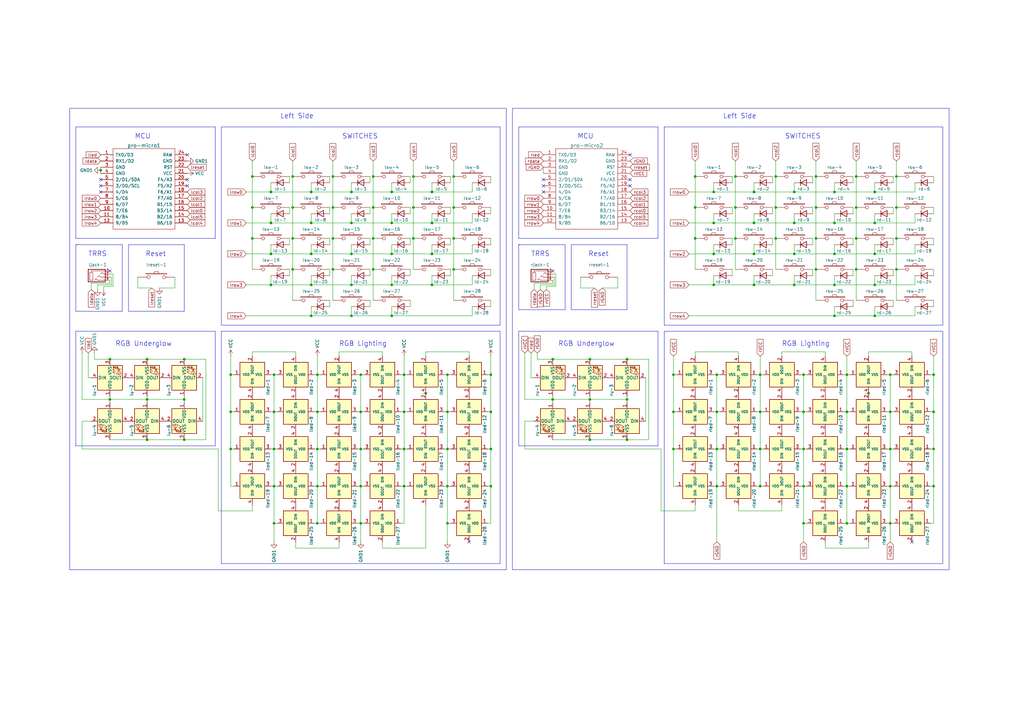
<source format=kicad_sch>
(kicad_sch (version 20211123) (generator eeschema)
  (paper "A3")
  (title_block (title "colibri keyboard") (date "2023-01-27") (rev "0.1") (company "@tangzero"))
  (lib_symbols
    (symbol "Diode:1N4148W" (pin_numbers hide) (pin_names hide)
      (property "Reference" "D" (at 0 2.54 0))
      (property "Value" "1N4148W" (at 0 -2.54 0))
      (symbol "1N4148W_1_1"
        (pin passive line (at -3.81 0 0) (length 2.54) (name "K") (number "1"))
        (pin passive line (at 3.81 0 180) (length 2.54) (name "A") (number "2"))
      )
    )
    (symbol "LED:WS2812B" (pin_names (offset 0.254))
      (property "Reference" "D" (at 5.08 5.715 0))
      (property "Value" "WS2812B" (at 1.27 -5.715 0))
      (symbol "WS2812B_0_0"
        (text "RGB" (at 2.286 -4.191 0) (effects (font (size 0.762 0.762))))
      )
      (symbol "WS2812B_1_1"
        (pin power_in line (at 0 7.62 270) (length 2.54) (name "VDD") (number "1"))
        (pin output line (at 7.62 0 180) (length 2.54) (name "DOUT") (number "2"))
        (pin power_in line (at 0 -7.62 90) (length 2.54) (name "VSS") (number "3"))
        (pin input line (at -7.62 0 0) (length 2.54) (name "DIN") (number "4"))
      )
    )
    (symbol "kbd:MJ-4PP-9" (pin_names (offset 1.016))
      (property "Reference" "J" (at 0 3.81 0))
      (property "Value" "MJ-4PP-9" (at 0 -3.81 0))
      (symbol "MJ-4PP-9_1_1"
        (pin input line (at 5.08 1.905 180) (length 2.0066) (name "~") (number "A"))
        (pin input line (at 5.08 -1.905 180) (length 2.0066) (name "~") (number "B"))
        (pin input line (at 5.08 -0.635 180) (length 2.0066) (name "~") (number "C"))
        (pin input line (at 5.08 0.635 180) (length 2.0066) (name "~") (number "D"))
      )
    )
    (symbol "kbd:ProMicro" (pin_names (offset 1.016))
      (property "Reference" "U" (at 0 19.05 0))
      (property "Value" "ProMicro" (at 0 -19.05 0))
      (symbol "ProMicro_1_1"
        (pin bidirectional line (at -17.78 13.97 0) (length 5.08) (name "TX0/D3") (number "1"))
        (pin bidirectional line (at -17.78 -8.89 0) (length 5.08) (name "7/E6") (number "10"))
        (pin bidirectional line (at -17.78 -11.43 0) (length 5.08) (name "8/B4") (number "11"))
        (pin bidirectional line (at -17.78 -13.97 0) (length 5.08) (name "9/B5") (number "12"))
        (pin bidirectional line (at 17.78 -13.97 180) (length 5.08) (name "B6/10") (number "13"))
        (pin bidirectional line (at 17.78 -11.43 180) (length 5.08) (name "B2/16") (number "14"))
        (pin bidirectional line (at 17.78 -8.89 180) (length 5.08) (name "B3/14") (number "15"))
        (pin bidirectional line (at 17.78 -6.35 180) (length 5.08) (name "B1/15") (number "16"))
        (pin bidirectional line (at 17.78 -3.81 180) (length 5.08) (name "F7/A0") (number "17"))
        (pin bidirectional line (at 17.78 -1.27 180) (length 5.08) (name "F6/A1") (number "18"))
        (pin bidirectional line (at 17.78 1.27 180) (length 5.08) (name "F5/A2") (number "19"))
        (pin bidirectional line (at -17.78 11.43 0) (length 5.08) (name "RX1/D2") (number "2"))
        (pin bidirectional line (at 17.78 3.81 180) (length 5.08) (name "F4/A3") (number "20"))
        (pin power_in line (at 17.78 6.35 180) (length 5.08) (name "VCC") (number "21"))
        (pin input line (at 17.78 8.89 180) (length 5.08) (name "RST") (number "22"))
        (pin power_in line (at 17.78 11.43 180) (length 5.08) (name "GND") (number "23"))
        (pin power_out line (at 17.78 13.97 180) (length 5.08) (name "RAW") (number "24"))
        (pin power_in line (at -17.78 8.89 0) (length 5.08) (name "GND") (number "3"))
        (pin power_in line (at -17.78 6.35 0) (length 5.08) (name "GND") (number "4"))
        (pin bidirectional line (at -17.78 3.81 0) (length 5.08) (name "2/D1/SDA") (number "5"))
        (pin bidirectional line (at -17.78 1.27 0) (length 5.08) (name "3/D0/SCL") (number "6"))
        (pin bidirectional line (at -17.78 -1.27 0) (length 5.08) (name "4/D4") (number "7"))
        (pin bidirectional line (at -17.78 -3.81 0) (length 5.08) (name "5/C6") (number "8"))
        (pin bidirectional line (at -17.78 -6.35 0) (length 5.08) (name "6/D7") (number "9"))
      )
    )
    (symbol "kbd:SW_PUSH" (pin_numbers hide) (pin_names (offset 1.016) hide)
      (property "Reference" "SW" (at 3.81 2.794 0))
      (property "Value" "SW_PUSH" (at 0 -2.032 0))
      (symbol "SW_PUSH_0_1"
        (pin passive inverted (at -7.62 0 0) (length 5.08) (name "1") (number "1"))
        (pin passive inverted (at 7.62 0 180) (length 5.08) (name "2") (number "2"))
      )
    )
    (symbol "kbd:YS-SK6812MINI-E" (pin_names (offset 1.016))
      (property "Reference" "LED" (at 2.54 -7.62 0))
      (property "Value" "YS-SK6812MINI-E" (at 6.35 -6.35 0))
      (symbol "YS-SK6812MINI-E_1_1"
        (pin power_in line (at 0 7.62 270) (length 2.54) (name "VDD") (number "1"))
        (pin output line (at 7.62 0 180) (length 2.54) (name "DOUT") (number "2"))
        (pin power_in line (at 0 -7.62 90) (length 2.54) (name "VSS") (number "3"))
        (pin input line (at -7.62 0 0) (length 2.54) (name "DIN") (number "4"))
      )
    )
    (symbol "power:GND1" (power) (pin_names (offset 0))
      (property "Value" "GND1" (at 0 -3.81 0))
      (symbol "GND1_1_1"
        (pin power_in line (at 0 0 270) (length 0) hide (name "GND1") (number "1"))
      )
    )
    (symbol "power:VCC" (power) (pin_names (offset 0))
      (property "Value" "VCC" (at 0 3.81 0))
      (symbol "VCC_1_1"
        (pin power_in line (at 0 0 90) (length 0) hide (name "VCC") (number "1"))
      )
    )
  )
  (junction (at 342.265 129.54))
  (junction (at 285.115 97.79))
  (junction (at 358.775 78.74))
  (junction (at 111.125 91.44))
  (junction (at 183.515 184.15))
  (junction (at 301.625 97.79))
  (junction (at 186.055 110.49))
  (junction (at 301.625 72.39))
  (junction (at 356.235 161.29))
  (junction (at 169.545 72.39))
  (junction (at 201.295 153.67))
  (junction (at 94.615 184.15))
  (junction (at 365.125 153.67))
  (junction (at 147.955 199.39))
  (junction (at 165.735 168.91))
  (junction (at 285.115 72.39))
  (junction (at 241.935 147.32))
  (junction (at 325.755 91.44))
  (junction (at 165.735 153.67))
  (junction (at 311.785 199.39))
  (junction (at 342.265 91.44))
  (junction (at 75.565 180.34))
  (junction (at 358.775 104.14))
  (junction (at 241.935 180.34))
  (junction (at 103.505 97.79))
  (junction (at 358.775 129.54))
  (junction (at 311.785 168.91))
  (junction (at 358.775 116.84))
  (junction (at 309.245 78.74))
  (junction (at 183.515 168.91))
  (junction (at 103.505 85.09))
  (junction (at 325.755 116.84))
  (junction (at 144.145 116.84))
  (junction (at 294.005 199.39))
  (junction (at 144.145 91.44))
  (junction (at 201.295 184.15))
  (junction (at 382.905 199.39))
  (junction (at 292.735 116.84))
  (junction (at 318.135 97.79))
  (junction (at 169.545 97.79))
  (junction (at 160.655 104.14))
  (junction (at 127.635 116.84))
  (junction (at 111.125 104.14))
  (junction (at 111.125 116.84))
  (junction (at 147.955 184.15))
  (junction (at 342.265 78.74))
  (junction (at 160.655 91.44))
  (junction (at 60.325 163.83))
  (junction (at 365.125 168.91))
  (junction (at 144.145 129.54))
  (junction (at 334.645 72.39))
  (junction (at 153.035 72.39))
  (junction (at 311.785 153.67))
  (junction (at 130.175 214.63))
  (junction (at 292.735 104.14))
  (junction (at 153.035 85.09))
  (junction (at 351.155 110.49))
  (junction (at 60.325 147.32))
  (junction (at 120.015 72.39))
  (junction (at 147.955 153.67))
  (junction (at 112.395 199.39))
  (junction (at 177.165 91.44))
  (junction (at 153.035 110.49))
  (junction (at 382.905 168.91))
  (junction (at 276.225 168.91))
  (junction (at 367.665 97.79))
  (junction (at 294.005 168.91))
  (junction (at 41.275 69.85))
  (junction (at 147.955 168.91))
  (junction (at 136.525 97.79))
  (junction (at 347.345 153.67))
  (junction (at 60.325 180.34))
  (junction (at 276.225 153.67))
  (junction (at 144.145 104.14))
  (junction (at 329.565 168.91))
  (junction (at 130.175 184.15))
  (junction (at 329.565 214.63))
  (junction (at 177.165 78.74))
  (junction (at 325.755 78.74))
  (junction (at 160.655 129.54))
  (junction (at 325.755 104.14))
  (junction (at 309.245 116.84))
  (junction (at 382.905 184.15))
  (junction (at 365.125 184.15))
  (junction (at 160.655 78.74))
  (junction (at 147.955 214.63))
  (junction (at 329.565 199.39))
  (junction (at 130.175 153.67))
  (junction (at 130.175 168.91))
  (junction (at 127.635 78.74))
  (junction (at 112.395 214.63))
  (junction (at 160.655 116.84))
  (junction (at 94.615 153.67))
  (junction (at 136.525 110.49))
  (junction (at 186.055 85.09))
  (junction (at 165.735 199.39))
  (junction (at 127.635 91.44))
  (junction (at 127.635 104.14))
  (junction (at 292.735 78.74))
  (junction (at 351.155 85.09))
  (junction (at 226.695 147.32))
  (junction (at 144.145 78.74))
  (junction (at 136.525 85.09))
  (junction (at 358.775 91.44))
  (junction (at 334.645 97.79))
  (junction (at 367.665 72.39))
  (junction (at 183.515 153.67))
  (junction (at 174.625 161.29))
  (junction (at 347.345 199.39))
  (junction (at 169.545 85.09))
  (junction (at 292.735 91.44))
  (junction (at 127.635 129.54))
  (junction (at 257.175 180.34))
  (junction (at 94.615 168.91))
  (junction (at 347.345 168.91))
  (junction (at 120.015 97.79))
  (junction (at 329.565 153.67))
  (junction (at 318.135 85.09))
  (junction (at 136.525 72.39))
  (junction (at 120.015 110.49))
  (junction (at 309.245 91.44))
  (junction (at 276.225 184.15))
  (junction (at 365.125 199.39))
  (junction (at 201.295 168.91))
  (junction (at 103.505 72.39))
  (junction (at 186.055 97.79))
  (junction (at 75.565 163.83))
  (junction (at 351.155 97.79))
  (junction (at 112.395 168.91))
  (junction (at 111.125 78.74))
  (junction (at 309.245 104.14))
  (junction (at 342.265 116.84))
  (junction (at 153.035 97.79))
  (junction (at 365.125 214.63))
  (junction (at 351.155 72.39))
  (junction (at 130.175 199.39))
  (junction (at 294.005 153.67))
  (junction (at 201.295 199.39))
  (junction (at 112.395 184.15))
  (junction (at 75.565 147.32))
  (junction (at 329.565 184.15))
  (junction (at 367.665 85.09))
  (junction (at 45.085 163.83))
  (junction (at 294.005 184.15))
  (junction (at 334.645 85.09))
  (junction (at 241.935 163.83))
  (junction (at 120.015 85.09))
  (junction (at 226.695 163.83))
  (junction (at 45.085 147.32))
  (junction (at 177.165 104.14))
  (junction (at 183.515 214.63))
  (junction (at 257.175 163.83))
  (junction (at 186.055 72.39))
  (junction (at 177.165 116.84))
  (junction (at 367.665 110.49))
  (junction (at 285.115 85.09))
  (junction (at 347.345 184.15))
  (junction (at 382.905 153.67))
  (junction (at 257.175 147.32))
  (junction (at 334.645 110.49))
  (junction (at 318.135 72.39))
  (junction (at 112.395 153.67))
  (junction (at 301.625 85.09))
  (junction (at 183.515 199.39))
  (junction (at 311.785 184.15))
  (junction (at 342.265 104.14))
  (junction (at 347.345 214.63))
  (junction (at 165.735 184.15))
  (no_connect (at 41.275 78.74))
  (no_connect (at 258.445 76.2))
  (no_connect (at 258.445 63.5))
  (no_connect (at 41.275 76.2))
  (no_connect (at 76.835 63.5))
  (no_connect (at 76.835 76.2))
  (no_connect (at 192.405 222.25))
  (no_connect (at 222.885 73.66))
  (no_connect (at 226.695 111.125))
  (no_connect (at 222.885 78.74))
  (no_connect (at 41.275 73.66))
  (no_connect (at 374.015 222.25))
  (no_connect (at 76.835 73.66))
  (no_connect (at 45.085 111.125))
  (no_connect (at 258.445 73.66))
  (no_connect (at 222.885 76.2))
  (wire (pts (xy 375.285 87.63) (xy 375.285 91.44)))
  (wire (pts (xy 41.275 69.85) (xy 41.275 71.12)))
  (wire (pts (xy 257.175 147.32) (xy 241.935 147.32)))
  (wire (pts (xy 169.545 97.79) (xy 169.545 110.49)))
  (wire (pts (xy 285.115 72.39) (xy 285.115 85.09)))
  (polyline (pts (xy 389.255 233.68) (xy 389.255 44.45)) (stroke (width 0) (type solid)))
  (wire (pts (xy 147.955 153.67) (xy 149.225 153.67)))
  (wire (pts (xy 282.575 116.84) (xy 292.735 116.84)))
  (polyline (pts (xy 269.875 97.79) (xy 269.875 52.07)) (stroke (width 0) (type solid)))
  (wire (pts (xy 165.735 168.91) (xy 167.005 168.91)))
  (wire (pts (xy 153.035 85.09) (xy 153.035 97.79)))
  (wire (pts (xy 222.885 68.58) (xy 222.885 71.12)))
  (wire (pts (xy 226.695 163.83) (xy 215.265 163.83)))
  (wire (pts (xy 365.125 214.63) (xy 366.395 214.63)))
  (wire (pts (xy 45.72 116.84) (xy 40.005 116.84)))
  (wire (pts (xy 136.525 72.39) (xy 136.525 85.09)))
  (wire (pts (xy 316.865 97.79) (xy 316.865 100.33)))
  (wire (pts (xy 165.735 146.05) (xy 165.735 153.67)))
  (wire (pts (xy 184.785 72.39) (xy 184.785 74.93)))
  (wire (pts (xy 84.455 180.34) (xy 75.565 180.34)))
  (wire (pts (xy 351.155 72.39) (xy 351.155 85.09)))
  (wire (pts (xy 46.355 112.395) (xy 46.355 117.475)))
  (wire (pts (xy 329.565 184.15) (xy 329.565 199.39)))
  (wire (pts (xy 160.655 87.63) (xy 160.655 91.44)))
  (polyline (pts (xy 212.725 100.33) (xy 231.775 100.33)) (stroke (width 0) (type solid)))
  (wire (pts (xy 366.395 85.09) (xy 366.395 87.63)))
  (polyline (pts (xy 386.715 133.35) (xy 386.715 52.07)) (stroke (width 0) (type solid)))
  (wire (pts (xy 128.905 153.67) (xy 130.175 153.67)))
  (wire (pts (xy 325.755 78.74) (xy 342.265 78.74)))
  (wire (pts (xy 241.935 147.32) (xy 226.695 147.32)))
  (wire (pts (xy 318.135 66.04) (xy 318.135 72.39)))
  (wire (pts (xy 100.965 91.44) (xy 111.125 91.44)))
  (wire (pts (xy 183.515 184.15) (xy 184.785 184.15)))
  (wire (pts (xy 294.005 153.67) (xy 295.275 153.67)))
  (wire (pts (xy 219.075 154.94) (xy 217.805 154.94)))
  (wire (pts (xy 329.565 153.67) (xy 329.565 168.91)))
  (wire (pts (xy 285.115 85.09) (xy 285.115 97.79)))
  (wire (pts (xy 130.175 184.15) (xy 130.175 199.39)))
  (wire (pts (xy 103.505 97.79) (xy 103.505 110.49)))
  (wire (pts (xy 356.235 144.3209) (xy 356.235 146.05)))
  (wire (pts (xy 45.085 162.56) (xy 45.085 163.83)))
  (polyline (pts (xy 50.165 127.635) (xy 31.115 127.635)) (stroke (width 0) (type solid)))
  (wire (pts (xy 183.515 168.91) (xy 183.515 184.15)))
  (wire (pts (xy 351.155 66.04) (xy 351.155 72.39)))
  (wire (pts (xy 358.775 129.54) (xy 375.285 129.54)))
  (wire (pts (xy 292.735 78.74) (xy 309.245 78.74)))
  (polyline (pts (xy 31.115 97.79) (xy 88.265 97.79)) (stroke (width 0) (type solid)))
  (wire (pts (xy 358.775 125.73) (xy 358.775 129.54)))
  (wire (pts (xy 46.355 117.475) (xy 42.545 117.475)))
  (wire (pts (xy 147.955 214.63) (xy 149.225 214.63)))
  (wire (pts (xy 367.665 110.49) (xy 367.665 123.19)))
  (wire (pts (xy 365.125 168.91) (xy 366.395 168.91)))
  (wire (pts (xy 311.785 153.67) (xy 313.055 153.67)))
  (polyline (pts (xy 31.115 100.33) (xy 50.165 100.33)) (stroke (width 0) (type solid)))
  (wire (pts (xy 342.265 104.14) (xy 358.775 104.14)))
  (wire (pts (xy 184.785 85.09) (xy 184.785 87.63)))
  (wire (pts (xy 342.265 113.03) (xy 342.265 116.84)))
  (wire (pts (xy 177.165 116.84) (xy 193.675 116.84)))
  (wire (pts (xy 60.325 163.83) (xy 45.085 163.83)))
  (wire (pts (xy 347.345 184.15) (xy 347.345 199.39)))
  (wire (pts (xy 144.145 113.03) (xy 144.145 116.84)))
  (wire (pts (xy 217.805 144.78) (xy 217.805 154.94)))
  (wire (pts (xy 144.145 104.14) (xy 160.655 104.14)))
  (wire (pts (xy 192.405 144.3209) (xy 192.405 146.05)))
  (wire (pts (xy 151.765 85.09) (xy 151.765 87.63)))
  (polyline (pts (xy 75.565 127.635) (xy 52.705 127.635)) (stroke (width 0) (type solid)))
  (wire (pts (xy 182.245 153.67) (xy 183.515 153.67)))
  (wire (pts (xy 201.295 146.05) (xy 201.295 153.67)))
  (polyline (pts (xy 212.725 100.33) (xy 213.36 100.33)))
  (wire (pts (xy 358.775 74.93) (xy 358.775 78.74)))
  (wire (pts (xy 346.075 168.91) (xy 347.345 168.91)))
  (wire (pts (xy 103.505 85.09) (xy 103.505 97.79)))
  (wire (pts (xy 164.465 214.63) (xy 165.735 214.63)))
  (wire (pts (xy 309.245 104.14) (xy 325.755 104.14)))
  (wire (pts (xy 121.285 224.79) (xy 139.065 224.79)))
  (wire (pts (xy 285.115 97.79) (xy 285.115 110.49)))
  (wire (pts (xy 45.085 114.935) (xy 45.085 116.205)))
  (wire (pts (xy 346.075 214.63) (xy 347.345 214.63)))
  (wire (pts (xy 177.165 78.74) (xy 193.675 78.74)))
  (polyline (pts (xy 50.165 100.33) (xy 50.165 127.635)) (stroke (width 0) (type solid)))
  (wire (pts (xy 294.005 199.39) (xy 295.275 199.39)))
  (wire (pts (xy 358.775 113.03) (xy 358.775 116.84)))
  (wire (pts (xy 294.005 199.39) (xy 294.005 222.25)))
  (wire (pts (xy 165.735 184.15) (xy 165.735 199.39)))
  (polyline (pts (xy 88.265 52.07) (xy 31.115 52.07)) (stroke (width 0) (type solid)))
  (wire (pts (xy 294.005 184.15) (xy 294.005 199.39)))
  (wire (pts (xy 135.255 110.49) (xy 135.255 113.03)))
  (wire (pts (xy 169.545 72.39) (xy 169.545 85.09)))
  (polyline (pts (xy 52.705 100.33) (xy 75.565 100.33)) (stroke (width 0) (type solid)))
  (wire (pts (xy 347.345 184.15) (xy 348.615 184.15)))
  (wire (pts (xy 130.175 214.63) (xy 131.445 214.63)))
  (wire (pts (xy 382.905 199.39) (xy 382.905 214.63)))
  (wire (pts (xy 160.655 113.03) (xy 160.655 116.84)))
  (wire (pts (xy 349.885 72.39) (xy 349.885 74.93)))
  (wire (pts (xy 111.125 113.03) (xy 111.125 116.84)))
  (polyline (pts (xy 31.115 135.89) (xy 88.265 135.89)) (stroke (width 0) (type solid)))
  (wire (pts (xy 201.295 153.67) (xy 201.295 168.91)))
  (wire (pts (xy 121.285 144.3209) (xy 121.285 146.05)))
  (wire (pts (xy 193.675 125.73) (xy 193.675 129.54)))
  (wire (pts (xy 309.245 74.93) (xy 309.245 78.74)))
  (wire (pts (xy 365.125 199.39) (xy 366.395 199.39)))
  (polyline (pts (xy 31.115 100.33) (xy 31.75 100.33)))
  (wire (pts (xy 144.145 91.44) (xy 160.655 91.44)))
  (wire (pts (xy 294.005 184.15) (xy 295.275 184.15)))
  (wire (pts (xy 36.195 144.78) (xy 36.195 154.94)))
  (wire (pts (xy 37.465 154.94) (xy 36.195 154.94)))
  (wire (pts (xy 127.635 100.33) (xy 127.635 104.14)))
  (wire (pts (xy 325.755 91.44) (xy 342.265 91.44)))
  (wire (pts (xy 227.33 116.84) (xy 221.615 116.84)))
  (wire (pts (xy 329.565 199.39) (xy 329.565 214.63)))
  (wire (pts (xy 347.345 214.63) (xy 348.615 214.63)))
  (wire (pts (xy 358.775 100.33) (xy 358.775 104.14)))
  (wire (pts (xy 177.165 113.03) (xy 177.165 116.84)))
  (wire (pts (xy 183.515 184.15) (xy 183.515 199.39)))
  (wire (pts (xy 358.775 87.63) (xy 358.775 91.44)))
  (wire (pts (xy 374.015 144.3209) (xy 374.015 146.05)))
  (wire (pts (xy 243.84 118.11) (xy 238.125 118.11)))
  (wire (pts (xy 186.055 85.09) (xy 186.055 97.79)))
  (wire (pts (xy 325.755 104.14) (xy 342.265 104.14)))
  (wire (pts (xy 45.085 147.32) (xy 38.735 147.32)))
  (wire (pts (xy 226.695 114.935) (xy 226.695 116.205)))
  (wire (pts (xy 382.905 168.91) (xy 382.905 184.15)))
  (wire (pts (xy 128.905 214.63) (xy 130.175 214.63)))
  (wire (pts (xy 301.625 97.79) (xy 301.625 110.49)))
  (wire (pts (xy 45.085 163.83) (xy 33.655 163.83)))
  (wire (pts (xy 147.955 184.15) (xy 149.225 184.15)))
  (wire (pts (xy 328.295 153.67) (xy 329.565 153.67)))
  (wire (pts (xy 302.895 207.01) (xy 302.895 209.55)))
  (wire (pts (xy 168.275 123.19) (xy 168.275 125.73)))
  (wire (pts (xy 183.515 153.67) (xy 184.785 153.67)))
  (wire (pts (xy 363.855 199.39) (xy 365.125 199.39)))
  (wire (pts (xy 342.265 100.33) (xy 342.265 104.14)))
  (wire (pts (xy 165.735 168.91) (xy 165.735 184.15)))
  (wire (pts (xy 238.125 118.11) (xy 238.125 113.665)))
  (wire (pts (xy 309.245 87.63) (xy 309.245 91.44)))
  (wire (pts (xy 94.615 184.15) (xy 95.885 184.15)))
  (wire (pts (xy 94.615 153.67) (xy 95.885 153.67)))
  (wire (pts (xy 276.225 168.91) (xy 276.225 153.67)))
  (wire (pts (xy 60.325 147.32) (xy 45.085 147.32)))
  (wire (pts (xy 334.645 110.49) (xy 334.645 123.19)))
  (wire (pts (xy 127.635 116.84) (xy 144.145 116.84)))
  (polyline (pts (xy 52.705 127.635) (xy 52.705 100.33)) (stroke (width 0) (type solid)))
  (wire (pts (xy 342.265 125.73) (xy 342.265 129.54)))
  (wire (pts (xy 71.755 118.11) (xy 71.755 113.665)))
  (wire (pts (xy 168.275 85.09) (xy 168.275 87.63)))
  (wire (pts (xy 83.185 154.94) (xy 83.185 172.72)))
  (wire (pts (xy 309.245 91.44) (xy 325.755 91.44)))
  (wire (pts (xy 276.225 168.91) (xy 277.495 168.91)))
  (polyline (pts (xy 212.725 182.88) (xy 269.875 182.88)) (stroke (width 0) (type solid)))
  (polyline (pts (xy 269.875 182.88) (xy 269.875 135.89)) (stroke (width 0) (type solid)))
  (wire (pts (xy 164.465 153.67) (xy 165.735 153.67)))
  (wire (pts (xy 168.275 110.49) (xy 168.275 113.03)))
  (wire (pts (xy 316.865 85.09) (xy 316.865 87.63)))
  (wire (pts (xy 183.515 168.91) (xy 184.785 168.91)))
  (wire (pts (xy 120.015 97.79) (xy 120.015 110.49)))
  (wire (pts (xy 177.165 74.93) (xy 177.165 78.74)))
  (wire (pts (xy 144.145 78.74) (xy 160.655 78.74)))
  (wire (pts (xy 328.295 184.15) (xy 329.565 184.15)))
  (polyline (pts (xy 207.645 233.68) (xy 207.645 44.45)) (stroke (width 0) (type solid)))
  (polyline (pts (xy 90.805 52.07) (xy 205.105 52.07)) (stroke (width 0) (type solid)))
  (wire (pts (xy 282.575 129.54) (xy 342.265 129.54)))
  (wire (pts (xy 325.755 74.93) (xy 325.755 78.74)))
  (wire (pts (xy 153.035 97.79) (xy 153.035 110.49)))
  (wire (pts (xy 121.285 222.25) (xy 121.285 224.79)))
  (wire (pts (xy 363.855 168.91) (xy 365.125 168.91)))
  (wire (pts (xy 334.645 72.39) (xy 334.645 85.09)))
  (wire (pts (xy 329.565 168.91) (xy 329.565 184.15)))
  (wire (pts (xy 112.395 199.39) (xy 112.395 214.63)))
  (wire (pts (xy 147.955 199.39) (xy 147.955 214.63)))
  (wire (pts (xy 130.175 199.39) (xy 130.175 214.63)))
  (polyline (pts (xy 90.805 135.89) (xy 90.805 231.14)) (stroke (width 0) (type solid)))
  (wire (pts (xy 130.175 199.39) (xy 131.445 199.39)))
  (wire (pts (xy 365.125 214.63) (xy 365.125 222.25)))
  (wire (pts (xy 351.155 85.09) (xy 351.155 97.79)))
  (wire (pts (xy 136.525 85.09) (xy 136.525 97.79)))
  (wire (pts (xy 94.615 168.91) (xy 94.615 153.67)))
  (wire (pts (xy 165.735 184.15) (xy 167.005 184.15)))
  (wire (pts (xy 266.065 147.32) (xy 266.065 180.34)))
  (wire (pts (xy 366.395 123.19) (xy 366.395 125.73)))
  (wire (pts (xy 177.165 100.33) (xy 177.165 104.14)))
  (wire (pts (xy 224.155 117.475) (xy 224.155 118.745)))
  (wire (pts (xy 329.565 214.63) (xy 329.565 222.25)))
  (polyline (pts (xy 205.105 133.35) (xy 205.105 52.07)) (stroke (width 0) (type solid)))
  (wire (pts (xy 169.545 66.04) (xy 169.545 72.39)))
  (wire (pts (xy 276.225 184.15) (xy 277.495 184.15)))
  (wire (pts (xy 201.295 168.91) (xy 201.295 184.15)))
  (wire (pts (xy 136.525 66.04) (xy 136.525 72.39)))
  (wire (pts (xy 146.685 214.63) (xy 147.955 214.63)))
  (wire (pts (xy 111.125 199.39) (xy 112.395 199.39)))
  (wire (pts (xy 186.055 97.79) (xy 186.055 110.49)))
  (wire (pts (xy 186.055 72.39) (xy 186.055 85.09)))
  (wire (pts (xy 247.015 118.11) (xy 253.365 118.11)))
  (wire (pts (xy 111.125 168.91) (xy 112.395 168.91)))
  (wire (pts (xy 300.355 97.79) (xy 300.355 100.33)))
  (wire (pts (xy 147.955 214.63) (xy 147.955 222.25)))
  (wire (pts (xy 201.295 97.79) (xy 201.295 100.33)))
  (wire (pts (xy 310.515 184.15) (xy 311.785 184.15)))
  (wire (pts (xy 329.565 214.63) (xy 330.835 214.63)))
  (wire (pts (xy 153.035 66.04) (xy 153.035 72.39)))
  (wire (pts (xy 347.345 153.67) (xy 348.615 153.67)))
  (wire (pts (xy 316.865 110.49) (xy 316.865 113.03)))
  (wire (pts (xy 144.145 125.73) (xy 144.145 129.54)))
  (wire (pts (xy 103.505 144.3209) (xy 103.505 146.05)))
  (wire (pts (xy 292.735 100.33) (xy 292.735 104.14)))
  (wire (pts (xy 333.375 97.79) (xy 333.375 100.33)))
  (wire (pts (xy 165.735 153.67) (xy 165.735 168.91)))
  (wire (pts (xy 130.175 153.67) (xy 131.445 153.67)))
  (wire (pts (xy 311.785 184.15) (xy 313.055 184.15)))
  (wire (pts (xy 241.935 163.83) (xy 241.935 165.1)))
  (wire (pts (xy 183.515 199.39) (xy 184.785 199.39)))
  (wire (pts (xy 310.515 168.91) (xy 311.785 168.91)))
  (wire (pts (xy 111.125 184.15) (xy 112.395 184.15)))
  (wire (pts (xy 227.33 113.665) (xy 227.33 116.84)))
  (wire (pts (xy 349.885 85.09) (xy 349.885 87.63)))
  (wire (pts (xy 311.785 199.39) (xy 313.055 199.39)))
  (wire (pts (xy 127.635 125.73) (xy 127.635 129.54)))
  (wire (pts (xy 156.845 224.79) (xy 156.845 222.25)))
  (wire (pts (xy 144.145 129.54) (xy 160.655 129.54)))
  (wire (pts (xy 367.665 85.09) (xy 367.665 97.79)))
  (wire (pts (xy 174.625 207.01) (xy 174.625 224.79)))
  (wire (pts (xy 292.735 116.84) (xy 309.245 116.84)))
  (wire (pts (xy 318.135 97.79) (xy 318.135 110.49)))
  (wire (pts (xy 160.655 116.84) (xy 177.165 116.84)))
  (wire (pts (xy 164.465 168.91) (xy 165.735 168.91)))
  (polyline (pts (xy 212.725 135.89) (xy 212.725 182.88)) (stroke (width 0) (type solid)))
  (wire (pts (xy 346.075 184.15) (xy 347.345 184.15)))
  (wire (pts (xy 193.675 100.33) (xy 193.675 104.14)))
  (wire (pts (xy 356.235 224.79) (xy 338.455 224.79)))
  (wire (pts (xy 226.695 147.32) (xy 220.345 147.32)))
  (wire (pts (xy 168.275 97.79) (xy 168.275 100.33)))
  (wire (pts (xy 75.565 163.83) (xy 75.565 165.1)))
  (wire (pts (xy 349.885 97.79) (xy 349.885 100.33)))
  (wire (pts (xy 112.395 168.91) (xy 112.395 184.15)))
  (wire (pts (xy 347.345 168.91) (xy 347.345 184.15)))
  (wire (pts (xy 221.615 116.84) (xy 221.615 118.745)))
  (wire (pts (xy 174.625 144.3209) (xy 174.625 146.05)))
  (wire (pts (xy 382.905 146.05) (xy 382.905 153.67)))
  (wire (pts (xy 338.455 144.3209) (xy 320.675 144.3209)))
  (wire (pts (xy 215.265 144.78) (xy 215.265 163.83)))
  (wire (pts (xy 292.735 87.63) (xy 292.735 91.44)))
  (wire (pts (xy 160.655 100.33) (xy 160.655 104.14)))
  (wire (pts (xy 153.035 72.39) (xy 153.035 85.09)))
  (wire (pts (xy 292.735 199.39) (xy 294.005 199.39)))
  (wire (pts (xy 226.695 116.205) (xy 219.075 116.205)))
  (wire (pts (xy 346.075 153.67) (xy 347.345 153.67)))
  (polyline (pts (xy 212.725 135.89) (xy 269.875 135.89)) (stroke (width 0) (type solid)))
  (polyline (pts (xy 210.185 44.45) (xy 389.255 44.45)) (stroke (width 0) (type solid)))
  (wire (pts (xy 111.125 116.84) (xy 127.635 116.84)))
  (wire (pts (xy 318.135 85.09) (xy 318.135 97.79)))
  (wire (pts (xy 334.645 85.09) (xy 334.645 97.79)))
  (wire (pts (xy 100.965 129.54) (xy 127.635 129.54)))
  (wire (pts (xy 365.125 168.91) (xy 365.125 184.15)))
  (wire (pts (xy 118.745 72.39) (xy 118.745 74.93)))
  (wire (pts (xy 111.125 153.67) (xy 112.395 153.67)))
  (wire (pts (xy 33.655 172.72) (xy 33.655 184.15)))
  (wire (pts (xy 127.635 87.63) (xy 127.635 91.44)))
  (polyline (pts (xy 28.575 233.68) (xy 207.645 233.68)) (stroke (width 0) (type solid)))
  (wire (pts (xy 309.245 78.74) (xy 325.755 78.74)))
  (wire (pts (xy 318.135 72.39) (xy 318.135 85.09)))
  (wire (pts (xy 351.155 97.79) (xy 351.155 110.49)))
  (wire (pts (xy 349.885 123.19) (xy 349.885 125.73)))
  (polyline (pts (xy 31.115 127.635) (xy 31.115 100.33)) (stroke (width 0) (type solid)))
  (polyline (pts (xy 90.805 52.07) (xy 90.805 133.35)) (stroke (width 0) (type solid)))
  (wire (pts (xy 151.765 97.79) (xy 151.765 100.33)))
  (wire (pts (xy 135.255 123.19) (xy 135.255 125.73)))
  (wire (pts (xy 193.675 113.03) (xy 193.675 116.84)))
  (wire (pts (xy 127.635 113.03) (xy 127.635 116.84)))
  (wire (pts (xy 227.965 112.395) (xy 227.965 117.475)))
  (wire (pts (xy 95.885 199.39) (xy 94.615 199.39)))
  (wire (pts (xy 186.055 66.04) (xy 186.055 72.39)))
  (wire (pts (xy 75.565 147.32) (xy 84.455 147.32)))
  (wire (pts (xy 257.175 180.34) (xy 241.935 180.34)))
  (wire (pts (xy 358.775 104.14) (xy 375.285 104.14)))
  (wire (pts (xy 201.295 199.39) (xy 201.295 214.63)))
  (wire (pts (xy 292.735 153.67) (xy 294.005 153.67)))
  (wire (pts (xy 201.295 184.15) (xy 200.025 184.15)))
  (wire (pts (xy 215.265 172.72) (xy 215.265 184.15)))
  (wire (pts (xy 292.735 113.03) (xy 292.735 116.84)))
  (wire (pts (xy 184.785 97.79) (xy 184.785 100.33)))
  (wire (pts (xy 112.395 184.15) (xy 112.395 199.39)))
  (wire (pts (xy 135.255 72.39) (xy 135.255 74.93)))
  (polyline (pts (xy 31.115 182.88) (xy 88.265 182.88)) (stroke (width 0) (type solid)))
  (wire (pts (xy 367.665 72.39) (xy 367.665 85.09)))
  (polyline (pts (xy 28.575 44.45) (xy 28.575 233.68)) (stroke (width 0) (type solid)))
  (wire (pts (xy 201.295 110.49) (xy 201.295 113.03)))
  (wire (pts (xy 130.175 168.91) (xy 130.175 184.15)))
  (wire (pts (xy 100.965 116.84) (xy 111.125 116.84)))
  (wire (pts (xy 276.225 146.05) (xy 276.225 153.67)))
  (wire (pts (xy 75.565 147.32) (xy 60.325 147.32)))
  (polyline (pts (xy 212.725 52.07) (xy 212.725 97.79)) (stroke (width 0) (type solid)))
  (wire (pts (xy 300.355 85.09) (xy 300.355 87.63)))
  (wire (pts (xy 151.765 72.39) (xy 151.765 74.93)))
  (wire (pts (xy 112.395 199.39) (xy 113.665 199.39)))
  (wire (pts (xy 144.145 87.63) (xy 144.145 91.44)))
  (wire (pts (xy 363.855 214.63) (xy 365.125 214.63)))
  (wire (pts (xy 338.455 144.3209) (xy 338.455 146.05)))
  (wire (pts (xy 329.565 199.39) (xy 330.835 199.39)))
  (wire (pts (xy 201.295 153.67) (xy 200.025 153.67)))
  (wire (pts (xy 136.525 97.79) (xy 136.525 110.49)))
  (wire (pts (xy 382.905 199.39) (xy 381.635 199.39)))
  (wire (pts (xy 165.735 199.39) (xy 165.735 214.63)))
  (wire (pts (xy 241.935 180.34) (xy 226.695 180.34)))
  (polyline (pts (xy 272.415 52.07) (xy 272.415 133.35)) (stroke (width 0) (type solid)))
  (wire (pts (xy 60.325 163.83) (xy 60.325 165.1)))
  (wire (pts (xy 334.645 66.04) (xy 334.645 72.39)))
  (polyline (pts (xy 257.175 100.33) (xy 257.175 127)) (stroke (width 0) (type solid)))
  (wire (pts (xy 347.345 199.39) (xy 348.615 199.39)))
  (wire (pts (xy 111.125 91.44) (xy 127.635 91.44)))
  (wire (pts (xy 182.245 199.39) (xy 183.515 199.39)))
  (wire (pts (xy 276.225 184.15) (xy 276.225 168.91)))
  (wire (pts (xy 320.675 209.55) (xy 320.675 207.01)))
  (wire (pts (xy 338.455 224.79) (xy 338.455 222.25)))
  (wire (pts (xy 294.005 168.91) (xy 295.275 168.91)))
  (wire (pts (xy 75.565 163.83) (xy 60.325 163.83)))
  (wire (pts (xy 374.015 144.3209) (xy 356.235 144.3209)))
  (wire (pts (xy 310.515 199.39) (xy 311.785 199.39)))
  (wire (pts (xy 147.955 199.39) (xy 149.225 199.39)))
  (wire (pts (xy 174.625 161.29) (xy 173.355 161.29)))
  (wire (pts (xy 358.775 91.44) (xy 375.285 91.44)))
  (wire (pts (xy 75.565 180.34) (xy 60.325 180.34)))
  (wire (pts (xy 151.765 110.49) (xy 151.765 113.03)))
  (wire (pts (xy 147.955 168.91) (xy 147.955 184.15)))
  (polyline (pts (xy 231.775 100.33) (xy 231.775 127)) (stroke (width 0) (type solid)))
  (wire (pts (xy 184.785 110.49) (xy 184.785 113.03)))
  (wire (pts (xy 257.175 163.83) (xy 241.935 163.83)))
  (wire (pts (xy 62.23 118.11) (xy 56.515 118.11)))
  (wire (pts (xy 177.165 104.14) (xy 193.675 104.14)))
  (wire (pts (xy 33.655 144.78) (xy 33.655 163.83)))
  (wire (pts (xy 147.955 153.67) (xy 147.955 168.91)))
  (polyline (pts (xy 231.775 127) (xy 212.725 127)) (stroke (width 0) (type solid)))
  (wire (pts (xy 183.515 153.67) (xy 183.515 168.91)))
  (wire (pts (xy 112.395 214.63) (xy 113.665 214.63)))
  (wire (pts (xy 342.265 78.74) (xy 358.775 78.74)))
  (wire (pts (xy 128.905 168.91) (xy 130.175 168.91)))
  (polyline (pts (xy 90.805 135.89) (xy 205.105 135.89)) (stroke (width 0) (type solid)))
  (wire (pts (xy 325.755 87.63) (xy 325.755 91.44)))
  (wire (pts (xy 276.225 153.67) (xy 277.495 153.67)))
  (wire (pts (xy 347.345 146.05) (xy 347.345 153.67)))
  (polyline (pts (xy 269.875 52.07) (xy 212.725 52.07)) (stroke (width 0) (type solid)))
  (wire (pts (xy 160.655 104.14) (xy 177.165 104.14)))
  (wire (pts (xy 264.795 154.94) (xy 264.795 172.72)))
  (wire (pts (xy 60.325 162.56) (xy 60.325 163.83)))
  (wire (pts (xy 366.395 72.39) (xy 366.395 74.93)))
  (wire (pts (xy 160.655 91.44) (xy 177.165 91.44)))
  (polyline (pts (xy 90.805 133.35) (xy 205.105 133.35)) (stroke (width 0) (type solid)))
  (wire (pts (xy 94.615 184.15) (xy 94.615 168.91)))
  (wire (pts (xy 40.005 116.84) (xy 40.005 118.745)))
  (wire (pts (xy 382.905 153.67) (xy 382.905 168.91)))
  (wire (pts (xy 164.465 184.15) (xy 165.735 184.15)))
  (polyline (pts (xy 212.725 127) (xy 212.725 100.33)) (stroke (width 0) (type solid)))
  (wire (pts (xy 333.375 85.09) (xy 333.375 87.63)))
  (wire (pts (xy 201.295 199.39) (xy 200.025 199.39)))
  (wire (pts (xy 45.085 112.395) (xy 46.355 112.395)))
  (wire (pts (xy 282.575 78.74) (xy 292.735 78.74)))
  (wire (pts (xy 112.395 184.15) (xy 113.665 184.15)))
  (wire (pts (xy 382.905 168.91) (xy 381.635 168.91)))
  (wire (pts (xy 311.785 146.05) (xy 311.785 153.67)))
  (wire (pts (xy 135.255 85.09) (xy 135.255 87.63)))
  (wire (pts (xy 375.285 113.03) (xy 375.285 116.84)))
  (wire (pts (xy 183.515 199.39) (xy 183.515 214.63)))
  (wire (pts (xy 139.065 144.3209) (xy 139.065 146.05)))
  (wire (pts (xy 160.655 129.54) (xy 193.675 129.54)))
  (wire (pts (xy 160.655 78.74) (xy 177.165 78.74)))
  (wire (pts (xy 277.495 199.39) (xy 276.225 199.39)))
  (wire (pts (xy 45.72 113.665) (xy 45.72 116.84)))
  (wire (pts (xy 292.735 168.91) (xy 294.005 168.91)))
  (wire (pts (xy 301.625 66.04) (xy 301.625 72.39)))
  (wire (pts (xy 309.245 113.03) (xy 309.245 116.84)))
  (polyline (pts (xy 205.105 231.14) (xy 205.105 135.89)) (stroke (width 0) (type solid)))
  (wire (pts (xy 127.635 129.54) (xy 144.145 129.54)))
  (wire (pts (xy 382.905 184.15) (xy 382.905 199.39)))
  (wire (pts (xy 375.285 125.73) (xy 375.285 129.54)))
  (wire (pts (xy 186.055 110.49) (xy 186.055 123.19)))
  (wire (pts (xy 349.885 110.49) (xy 349.885 113.03)))
  (wire (pts (xy 201.295 123.19) (xy 201.295 125.73)))
  (wire (pts (xy 271.145 184.15) (xy 271.145 209.55)))
  (wire (pts (xy 328.295 199.39) (xy 329.565 199.39)))
  (wire (pts (xy 111.125 104.14) (xy 127.635 104.14)))
  (wire (pts (xy 130.175 146.05) (xy 130.175 153.67)))
  (wire (pts (xy 38.735 147.32) (xy 38.735 144.78)))
  (wire (pts (xy 100.965 78.74) (xy 111.125 78.74)))
  (wire (pts (xy 146.685 184.15) (xy 147.955 184.15)))
  (polyline (pts (xy 88.265 182.88) (xy 88.265 135.89)) (stroke (width 0) (type solid)))
  (wire (pts (xy 127.635 104.14) (xy 144.145 104.14)))
  (wire (pts (xy 363.855 153.67) (xy 365.125 153.67)))
  (wire (pts (xy 266.065 180.34) (xy 257.175 180.34)))
  (wire (pts (xy 103.505 209.55) (xy 103.505 207.01)))
  (wire (pts (xy 375.285 74.93) (xy 375.285 78.74)))
  (wire (pts (xy 156.845 144.3209) (xy 139.065 144.3209)))
  (wire (pts (xy 382.905 123.19) (xy 382.905 125.73)))
  (wire (pts (xy 168.275 72.39) (xy 168.275 74.93)))
  (wire (pts (xy 174.625 224.79) (xy 156.845 224.79)))
  (wire (pts (xy 366.395 97.79) (xy 366.395 100.33)))
  (wire (pts (xy 144.145 74.93) (xy 144.145 78.74)))
  (wire (pts (xy 347.345 199.39) (xy 347.345 214.63)))
  (wire (pts (xy 201.295 184.15) (xy 201.295 199.39)))
  (wire (pts (xy 328.295 168.91) (xy 329.565 168.91)))
  (wire (pts (xy 160.655 125.73) (xy 160.655 129.54)))
  (wire (pts (xy 226.695 112.395) (xy 227.965 112.395)))
  (wire (pts (xy 135.255 97.79) (xy 135.255 100.33)))
  (wire (pts (xy 112.395 153.67) (xy 112.395 168.91)))
  (wire (pts (xy 128.905 184.15) (xy 130.175 184.15)))
  (wire (pts (xy 302.895 144.3209) (xy 302.895 146.05)))
  (wire (pts (xy 130.175 153.67) (xy 130.175 168.91)))
  (wire (pts (xy 118.745 85.09) (xy 118.745 87.63)))
  (wire (pts (xy 160.655 74.93) (xy 160.655 78.74)))
  (wire (pts (xy 311.785 153.67) (xy 311.785 168.91)))
  (wire (pts (xy 382.905 97.79) (xy 382.905 100.33)))
  (wire (pts (xy 311.785 168.91) (xy 313.055 168.91)))
  (wire (pts (xy 193.675 74.93) (xy 193.675 78.74)))
  (polyline (pts (xy 31.115 52.07) (xy 31.115 97.79)) (stroke (width 0) (type solid)))
  (wire (pts (xy 320.675 144.3209) (xy 320.675 146.05)))
  (wire (pts (xy 220.345 147.32) (xy 220.345 144.78)))
  (wire (pts (xy 292.735 91.44) (xy 309.245 91.44)))
  (wire (pts (xy 127.635 91.44) (xy 144.145 91.44)))
  (wire (pts (xy 382.905 214.63) (xy 381.635 214.63)))
  (wire (pts (xy 257.175 147.32) (xy 266.065 147.32)))
  (wire (pts (xy 292.735 184.15) (xy 294.005 184.15)))
  (wire (pts (xy 302.895 144.3209) (xy 285.115 144.3209)))
  (wire (pts (xy 294.005 153.67) (xy 294.005 168.91)))
  (wire (pts (xy 111.125 74.93) (xy 111.125 78.74)))
  (wire (pts (xy 144.145 116.84) (xy 160.655 116.84)))
  (polyline (pts (xy 272.415 133.35) (xy 386.715 133.35)) (stroke (width 0) (type solid)))
  (polyline (pts (xy 234.315 127) (xy 234.315 100.33)) (stroke (width 0) (type solid)))
  (wire (pts (xy 120.015 66.04) (xy 120.015 72.39)))
  (wire (pts (xy 118.745 110.49) (xy 118.745 113.03)))
  (wire (pts (xy 325.755 116.84) (xy 342.265 116.84)))
  (wire (pts (xy 37.465 116.205) (xy 37.465 118.745)))
  (wire (pts (xy 130.175 168.91) (xy 131.445 168.91)))
  (wire (pts (xy 351.155 110.49) (xy 351.155 123.19)))
  (wire (pts (xy 60.325 180.34) (xy 45.085 180.34)))
  (wire (pts (xy 139.065 224.79) (xy 139.065 222.25)))
  (wire (pts (xy 201.295 214.63) (xy 200.025 214.63)))
  (wire (pts (xy 285.115 66.04) (xy 285.115 72.39)))
  (wire (pts (xy 120.015 85.09) (xy 120.015 97.79)))
  (wire (pts (xy 111.125 100.33) (xy 111.125 104.14)))
  (wire (pts (xy 121.285 144.3209) (xy 103.505 144.3209)))
  (wire (pts (xy 358.775 78.74) (xy 375.285 78.74)))
  (wire (pts (xy 316.865 72.39) (xy 316.865 74.93)))
  (wire (pts (xy 146.685 168.91) (xy 147.955 168.91)))
  (wire (pts (xy 365.125 184.15) (xy 366.395 184.15)))
  (wire (pts (xy 33.655 172.72) (xy 37.465 172.72)))
  (wire (pts (xy 164.465 199.39) (xy 165.735 199.39)))
  (wire (pts (xy 365.125 199.39) (xy 365.125 214.63)))
  (wire (pts (xy 333.375 72.39) (xy 333.375 74.93)))
  (wire (pts (xy 382.905 110.49) (xy 382.905 113.03)))
  (wire (pts (xy 367.665 66.04) (xy 367.665 72.39)))
  (wire (pts (xy 118.745 97.79) (xy 118.745 100.33)))
  (wire (pts (xy 120.015 72.39) (xy 120.015 85.09)))
  (wire (pts (xy 329.565 168.91) (xy 330.835 168.91)))
  (wire (pts (xy 292.735 104.14) (xy 309.245 104.14)))
  (wire (pts (xy 227.965 117.475) (xy 224.155 117.475)))
  (wire (pts (xy 358.775 116.84) (xy 375.285 116.84)))
  (wire (pts (xy 282.575 104.14) (xy 292.735 104.14)))
  (wire (pts (xy 301.625 85.09) (xy 301.625 97.79)))
  (wire (pts (xy 309.245 100.33) (xy 309.245 104.14)))
  (wire (pts (xy 342.265 91.44) (xy 358.775 91.44)))
  (wire (pts (xy 333.375 110.49) (xy 333.375 113.03)))
  (wire (pts (xy 201.295 168.91) (xy 200.025 168.91)))
  (wire (pts (xy 183.515 214.63) (xy 184.785 214.63)))
  (wire (pts (xy 147.955 184.15) (xy 147.955 199.39)))
  (wire (pts (xy 33.655 184.15) (xy 89.535 184.15)))
  (wire (pts (xy 382.905 153.67) (xy 381.635 153.67)))
  (wire (pts (xy 111.125 78.74) (xy 127.635 78.74)))
  (wire (pts (xy 226.695 162.56) (xy 226.695 163.83)))
  (wire (pts (xy 127.635 78.74) (xy 144.145 78.74)))
  (wire (pts (xy 103.505 72.39) (xy 103.505 85.09)))
  (wire (pts (xy 257.175 163.83) (xy 257.175 165.1)))
  (wire (pts (xy 310.515 153.67) (xy 311.785 153.67)))
  (wire (pts (xy 192.405 144.3209) (xy 174.625 144.3209)))
  (wire (pts (xy 183.515 214.63) (xy 183.515 222.25)))
  (wire (pts (xy 89.535 209.55) (xy 103.505 209.55)))
  (wire (pts (xy 182.245 168.91) (xy 183.515 168.91)))
  (wire (pts (xy 366.395 110.49) (xy 366.395 113.03)))
  (polyline (pts (xy 210.185 233.68) (xy 389.255 233.68)) (stroke (width 0) (type solid)))
  (wire (pts (xy 375.285 100.33) (xy 375.285 104.14)))
  (wire (pts (xy 165.735 153.67) (xy 167.005 153.67)))
  (wire (pts (xy 153.035 110.49) (xy 153.035 123.19)))
  (polyline (pts (xy 257.175 127) (xy 234.315 127)) (stroke (width 0) (type solid)))
  (wire (pts (xy 363.855 184.15) (xy 365.125 184.15)))
  (wire (pts (xy 45.085 116.205) (xy 37.465 116.205)))
  (wire (pts (xy 65.405 118.11) (xy 71.755 118.11)))
  (wire (pts (xy 128.905 199.39) (xy 130.175 199.39)))
  (wire (pts (xy 253.365 118.11) (xy 253.365 113.665)))
  (wire (pts (xy 301.625 72.39) (xy 301.625 85.09)))
  (wire (pts (xy 342.265 74.93) (xy 342.265 78.74)))
  (wire (pts (xy 177.165 87.63) (xy 177.165 91.44)))
  (wire (pts (xy 241.935 162.56) (xy 241.935 163.83)))
  (wire (pts (xy 215.265 184.15) (xy 271.145 184.15)))
  (wire (pts (xy 302.895 209.55) (xy 320.675 209.55)))
  (wire (pts (xy 282.575 91.44) (xy 292.735 91.44)))
  (wire (pts (xy 342.265 129.54) (xy 358.775 129.54)))
  (wire (pts (xy 45.085 113.665) (xy 45.72 113.665)))
  (polyline (pts (xy 212.725 97.79) (xy 269.875 97.79)) (stroke (width 0) (type solid)))
  (wire (pts (xy 151.765 123.19) (xy 151.765 125.73)))
  (wire (pts (xy 112.395 168.91) (xy 113.665 168.91)))
  (wire (pts (xy 292.735 74.93) (xy 292.735 78.74)))
  (wire (pts (xy 215.265 172.72) (xy 219.075 172.72)))
  (wire (pts (xy 382.905 184.15) (xy 381.635 184.15)))
  (wire (pts (xy 346.075 199.39) (xy 347.345 199.39)))
  (wire (pts (xy 325.755 113.03) (xy 325.755 116.84)))
  (polyline (pts (xy 234.315 100.33) (xy 257.175 100.33)) (stroke (width 0) (type solid)))
  (wire (pts (xy 285.115 144.3209) (xy 285.115 146.05)))
  (wire (pts (xy 329.565 184.15) (xy 330.835 184.15)))
  (wire (pts (xy 300.355 110.49) (xy 300.355 113.03)))
  (wire (pts (xy 111.125 87.63) (xy 111.125 91.44)))
  (wire (pts (xy 241.935 163.83) (xy 226.695 163.83)))
  (wire (pts (xy 347.345 153.67) (xy 347.345 168.91)))
  (wire (pts (xy 257.175 162.56) (xy 257.175 163.83)))
  (wire (pts (xy 294.005 168.91) (xy 294.005 184.15)))
  (wire (pts (xy 311.785 168.91) (xy 311.785 184.15)))
  (wire (pts (xy 356.235 161.29) (xy 354.965 161.29)))
  (wire (pts (xy 103.505 66.04) (xy 103.505 72.39)))
  (wire (pts (xy 177.165 91.44) (xy 193.675 91.44)))
  (wire (pts (xy 309.245 116.84) (xy 325.755 116.84)))
  (wire (pts (xy 365.125 184.15) (xy 365.125 199.39)))
  (wire (pts (xy 165.735 199.39) (xy 167.005 199.39)))
  (wire (pts (xy 334.645 97.79) (xy 334.645 110.49)))
  (wire (pts (xy 89.535 184.15) (xy 89.535 209.55)))
  (wire (pts (xy 325.755 100.33) (xy 325.755 104.14)))
  (wire (pts (xy 342.265 116.84) (xy 358.775 116.84)))
  (wire (pts (xy 120.015 110.49) (xy 120.015 123.19)))
  (wire (pts (xy 169.545 85.09) (xy 169.545 97.79)))
  (wire (pts (xy 100.965 104.14) (xy 111.125 104.14)))
  (wire (pts (xy 147.955 168.91) (xy 149.225 168.91)))
  (wire (pts (xy 347.345 168.91) (xy 348.615 168.91)))
  (wire (pts (xy 156.845 144.3209) (xy 156.845 146.05)))
  (wire (pts (xy 201.295 72.39) (xy 201.295 74.93)))
  (wire (pts (xy 342.265 87.63) (xy 342.265 91.44)))
  (polyline (pts (xy 272.415 135.89) (xy 386.715 135.89)) (stroke (width 0) (type solid)))
  (wire (pts (xy 356.235 222.25) (xy 356.235 224.79)))
  (polyline (pts (xy 88.265 97.79) (xy 88.265 52.07)) (stroke (width 0) (type solid)))
  (polyline (pts (xy 90.805 231.14) (xy 205.105 231.14)) (stroke (width 0) (type solid)))
  (wire (pts (xy 112.395 214.63) (xy 112.395 222.25)))
  (wire (pts (xy 226.695 113.665) (xy 227.33 113.665)))
  (wire (pts (xy 94.615 199.39) (xy 94.615 184.15)))
  (wire (pts (xy 193.675 87.63) (xy 193.675 91.44)))
  (wire (pts (xy 311.785 184.15) (xy 311.785 199.39)))
  (wire (pts (xy 127.635 74.93) (xy 127.635 78.74)))
  (wire (pts (xy 276.225 199.39) (xy 276.225 184.15)))
  (wire (pts (xy 382.905 72.39) (xy 382.905 74.93)))
  (wire (pts (xy 329.565 153.67) (xy 330.835 153.67)))
  (wire (pts (xy 146.685 199.39) (xy 147.955 199.39)))
  (polyline (pts (xy 272.415 231.14) (xy 386.715 231.14)) (stroke (width 0) (type solid)))
  (polyline (pts (xy 272.415 52.07) (xy 386.715 52.07)) (stroke (width 0) (type solid)))
  (wire (pts (xy 112.395 153.67) (xy 113.665 153.67)))
  (wire (pts (xy 182.245 184.15) (xy 183.515 184.15)))
  (polyline (pts (xy 28.575 44.45) (xy 207.645 44.45)) (stroke (width 0) (type solid)))
  (wire (pts (xy 300.355 72.39) (xy 300.355 74.93)))
  (wire (pts (xy 365.125 153.67) (xy 365.125 168.91)))
  (wire (pts (xy 41.275 68.58) (xy 41.275 69.85)))
  (wire (pts (xy 144.145 100.33) (xy 144.145 104.14)))
  (wire (pts (xy 42.545 117.475) (xy 42.545 118.745)))
  (wire (pts (xy 45.085 163.83) (xy 45.085 165.1)))
  (polyline (pts (xy 386.715 231.14) (xy 386.715 135.89)) (stroke (width 0) (type solid)))
  (wire (pts (xy 130.175 184.15) (xy 131.445 184.15)))
  (wire (pts (xy 56.515 118.11) (xy 56.515 113.665)))
  (wire (pts (xy 226.695 163.83) (xy 226.695 165.1)))
  (wire (pts (xy 219.075 116.205) (xy 219.075 118.745)))
  (wire (pts (xy 367.665 97.79) (xy 367.665 110.49)))
  (wire (pts (xy 382.905 85.09) (xy 382.905 87.63)))
  (polyline (pts (xy 75.565 100.33) (xy 75.565 127.635)) (stroke (width 0) (type solid)))
  (wire (pts (xy 75.565 162.56) (xy 75.565 163.83)))
  (wire (pts (xy 84.455 147.32) (xy 84.455 180.34)))
  (polyline (pts (xy 272.415 135.89) (xy 272.415 231.14)) (stroke (width 0) (type solid)))
  (wire (pts (xy 94.615 168.91) (xy 95.885 168.91)))
  (wire (pts (xy 146.685 153.67) (xy 147.955 153.67)))
  (wire (pts (xy 285.115 209.55) (xy 285.115 207.01)))
  (polyline (pts (xy 210.185 44.45) (xy 210.185 233.68)) (stroke (width 0) (type solid)))
  (polyline (pts (xy 31.115 135.89) (xy 31.115 182.88)) (stroke (width 0) (type solid)))
  (wire (pts (xy 365.125 153.67) (xy 366.395 153.67)))
  (wire (pts (xy 94.615 146.05) (xy 94.615 153.67)))
  (wire (pts (xy 271.145 209.55) (xy 285.115 209.55)))
  (wire (pts (xy 201.295 85.09) (xy 201.295 87.63)))
  (wire (pts (xy 136.525 110.49) (xy 136.525 123.19)))
  (text "TRRS" (at 217.805 105.41 0) (effects (font (size 2 2)) (justify left bottom)))
  (text "RGB Lighting" (at 320.675 142.24 0) (effects (font (size 2 2)) (justify left bottom)))
  (text "MCU" (at 236.855 57.15 0) (effects (font (size 2 2)) (justify left bottom)))
  (text "Left Side" (at 296.545 48.895 0) (effects (font (size 2 2)) (justify left bottom)))
  (text "Left Side" (at 114.935 48.895 0) (effects (font (size 2 2)) (justify left bottom)))
  (text "RGB Underglow" (at 252.095 142.24 180) (effects (font (size 2 2)) (justify right bottom)))
  (text "TRRS" (at 36.195 105.41 0) (effects (font (size 2 2)) (justify left bottom)))
  (text "SWITCHES" (at 140.335 57.15 0) (effects (font (size 2 2)) (justify left bottom)))
  (text "MCU" (at 55.245 57.15 0) (effects (font (size 2 2)) (justify left bottom)))
  (text "Reset" (at 241.3 105.41 0) (effects (font (size 2 2)) (justify left bottom)))
  (text "RGB Lighting" (at 139.065 142.24 0) (effects (font (size 2 2)) (justify left bottom)))
  (text "RGB Underglow" (at 70.485 142.24 180) (effects (font (size 2 2)) (justify right bottom)))
  (text "SWITCHES" (at 321.945 57.15 0) (effects (font (size 2 2)) (justify left bottom)))
  (text "Reset" (at 59.69 105.41 0) (effects (font (size 2 2)) (justify left bottom)))
  (global_label "rrow3" (shape input) (at 282.575 116.84 180) (property "Intersheet References" "${INTERSHEET_REFS}" (effects hide)))
  (global_label "rVCC" (shape input) (at 258.445 71.12 0) (property "Intersheet References" "${INTERSHEET_REFS}" (effects hide)))
  (global_label "rGND" (shape input) (at 329.565 222.25 270) (property "Intersheet References" "${INTERSHEET_REFS}" (effects hide)))
  (global_label "lcol3" (shape input) (at 76.835 78.74 0) (property "Intersheet References" "${INTERSHEET_REFS}" (effects hide)))
  (global_label "lrow2" (shape input) (at 100.965 104.14 180) (property "Intersheet References" "${INTERSHEET_REFS}" (effects hide)))
  (global_label "rcol5" (shape input) (at 258.445 88.9 0) (property "Intersheet References" "${INTERSHEET_REFS}" (effects hide)))
  (global_label "rrow4" (shape input) (at 222.885 91.44 180) (property "Intersheet References" "${INTERSHEET_REFS}" (effects hide)))
  (global_label "rrow1" (shape input) (at 222.885 83.82 180) (property "Intersheet References" "${INTERSHEET_REFS}" (effects hide)))
  (global_label "rcol0" (shape input) (at 285.115 66.04 90) (property "Intersheet References" "${INTERSHEET_REFS}" (effects hide)))
  (global_label "rcol3" (shape input) (at 258.445 78.74 0) (property "Intersheet References" "${INTERSHEET_REFS}" (effects hide)))
  (global_label "lreset" (shape input) (at 76.835 68.58 0) (property "Intersheet References" "${INTERSHEET_REFS}" (effects hide)))
  (global_label "rGND" (shape input) (at 365.125 222.25 270) (property "Intersheet References" "${INTERSHEET_REFS}" (effects hide)))
  (global_label "lrow4" (shape input) (at 41.275 91.44 180) (property "Intersheet References" "${INTERSHEET_REFS}" (effects hide)))
  (global_label "rcol2" (shape input) (at 258.445 81.28 0) (property "Intersheet References" "${INTERSHEET_REFS}" (effects hide)))
  (global_label "rcol4" (shape input) (at 258.445 91.44 0) (property "Intersheet References" "${INTERSHEET_REFS}" (effects hide)))
  (global_label "lcol1" (shape input) (at 76.835 83.82 0) (property "Intersheet References" "${INTERSHEET_REFS}" (effects hide)))
  (global_label "ldata" (shape input) (at 37.465 118.745 270) (property "Intersheet References" "${INTERSHEET_REFS}" (effects hide)))
  (global_label "rVCC" (shape input) (at 347.345 146.05 90) (property "Intersheet References" "${INTERSHEET_REFS}" (effects hide)))
  (global_label "lcol2" (shape input) (at 136.525 66.04 90) (property "Intersheet References" "${INTERSHEET_REFS}" (effects hide)))
  (global_label "rcol5" (shape input) (at 367.665 66.04 90) (property "Intersheet References" "${INTERSHEET_REFS}" (effects hide)))
  (global_label "rdata" (shape input) (at 222.885 66.04 180) (property "Intersheet References" "${INTERSHEET_REFS}" (effects hide)))
  (global_label "rcol2" (shape input) (at 318.135 66.04 90) (property "Intersheet References" "${INTERSHEET_REFS}" (effects hide)))
  (global_label "rVCC" (shape input) (at 215.265 144.78 90) (property "Intersheet References" "${INTERSHEET_REFS}" (effects hide)))
  (global_label "rGND" (shape input) (at 247.015 118.11 270) (property "Intersheet References" "${INTERSHEET_REFS}" (effects hide)))
  (global_label "rreset" (shape input) (at 258.445 68.58 0) (property "Intersheet References" "${INTERSHEET_REFS}" (effects hide)))
  (global_label "lrow3" (shape input) (at 41.275 88.9 180) (property "Intersheet References" "${INTERSHEET_REFS}" (effects hide)))
  (global_label "lcol0" (shape input) (at 103.505 66.04 90) (property "Intersheet References" "${INTERSHEET_REFS}" (effects hide)))
  (global_label "lrow0" (shape input) (at 41.275 81.28 180) (property "Intersheet References" "${INTERSHEET_REFS}" (effects hide)))
  (global_label "lrow3" (shape input) (at 100.965 116.84 180) (property "Intersheet References" "${INTERSHEET_REFS}" (effects hide)))
  (global_label "rled" (shape input) (at 217.805 144.78 90) (property "Intersheet References" "${INTERSHEET_REFS}" (effects hide)))
  (global_label "ldata" (shape input) (at 41.275 66.04 180) (property "Intersheet References" "${INTERSHEET_REFS}" (effects hide)))
  (global_label "lrow2" (shape input) (at 41.275 86.36 180) (property "Intersheet References" "${INTERSHEET_REFS}" (effects hide)))
  (global_label "rrow1" (shape input) (at 282.575 91.44 180) (property "Intersheet References" "${INTERSHEET_REFS}" (effects hide)))
  (global_label "lcol0" (shape input) (at 76.835 86.36 0) (property "Intersheet References" "${INTERSHEET_REFS}" (effects hide)))
  (global_label "lcol1" (shape input) (at 120.015 66.04 90) (property "Intersheet References" "${INTERSHEET_REFS}" (effects hide)))
  (global_label "rrow2" (shape input) (at 222.885 86.36 180) (property "Intersheet References" "${INTERSHEET_REFS}" (effects hide)))
  (global_label "lled" (shape input) (at 41.275 63.5 180) (property "Intersheet References" "${INTERSHEET_REFS}" (effects hide)))
  (global_label "rcol1" (shape input) (at 258.445 83.82 0) (property "Intersheet References" "${INTERSHEET_REFS}" (effects hide)))
  (global_label "lcol3" (shape input) (at 153.035 66.04 90) (property "Intersheet References" "${INTERSHEET_REFS}" (effects hide)))
  (global_label "rGND" (shape input) (at 222.885 68.58 180) (property "Intersheet References" "${INTERSHEET_REFS}" (effects hide)))
  (global_label "lcol5" (shape input) (at 186.055 66.04 90) (property "Intersheet References" "${INTERSHEET_REFS}" (effects hide)))
  (global_label "rrow0" (shape input) (at 282.575 78.74 180) (property "Intersheet References" "${INTERSHEET_REFS}" (effects hide)))
  (global_label "lreset" (shape input) (at 62.23 118.11 270) (property "Intersheet References" "${INTERSHEET_REFS}" (effects hide)))
  (global_label "lcol4" (shape input) (at 76.835 91.44 0) (property "Intersheet References" "${INTERSHEET_REFS}" (effects hide)))
  (global_label "rVCC" (shape input) (at 276.225 146.05 90) (property "Intersheet References" "${INTERSHEET_REFS}" (effects hide)))
  (global_label "rdata" (shape input) (at 219.075 118.745 270) (property "Intersheet References" "${INTERSHEET_REFS}" (effects hide)))
  (global_label "lrow1" (shape input) (at 100.965 91.44 180) (property "Intersheet References" "${INTERSHEET_REFS}" (effects hide)))
  (global_label "rGND" (shape input) (at 294.005 222.25 270) (property "Intersheet References" "${INTERSHEET_REFS}" (effects hide)))
  (global_label "rled" (shape input) (at 222.885 63.5 180) (property "Intersheet References" "${INTERSHEET_REFS}" (effects hide)))
  (global_label "lrow0" (shape input) (at 100.965 78.74 180) (property "Intersheet References" "${INTERSHEET_REFS}" (effects hide)))
  (global_label "lcol2" (shape input) (at 76.835 81.28 0) (property "Intersheet References" "${INTERSHEET_REFS}" (effects hide)))
  (global_label "rVCC" (shape input) (at 224.155 118.745 270) (property "Intersheet References" "${INTERSHEET_REFS}" (effects hide)))
  (global_label "lrow1" (shape input) (at 41.275 83.82 180) (property "Intersheet References" "${INTERSHEET_REFS}" (effects hide)))
  (global_label "rcol1" (shape input) (at 301.625 66.04 90) (property "Intersheet References" "${INTERSHEET_REFS}" (effects hide)))
  (global_label "rGND" (shape input) (at 221.615 118.745 270) (property "Intersheet References" "${INTERSHEET_REFS}" (effects hide)))
  (global_label "rVCC" (shape input) (at 382.905 146.05 90) (property "Intersheet References" "${INTERSHEET_REFS}" (effects hide)))
  (global_label "rrow0" (shape input) (at 222.885 81.28 180) (property "Intersheet References" "${INTERSHEET_REFS}" (effects hide)))
  (global_label "lled" (shape input) (at 36.195 144.78 90) (property "Intersheet References" "${INTERSHEET_REFS}" (effects hide)))
  (global_label "rGND" (shape input) (at 258.445 66.04 0) (property "Intersheet References" "${INTERSHEET_REFS}" (effects hide)))
  (global_label "rcol0" (shape input) (at 258.445 86.36 0) (property "Intersheet References" "${INTERSHEET_REFS}" (effects hide)))
  (global_label "rrow2" (shape input) (at 282.575 104.14 180) (property "Intersheet References" "${INTERSHEET_REFS}" (effects hide)))
  (global_label "lcol4" (shape input) (at 169.545 66.04 90) (property "Intersheet References" "${INTERSHEET_REFS}" (effects hide)))
  (global_label "rVCC" (shape input) (at 311.785 146.05 90) (property "Intersheet References" "${INTERSHEET_REFS}" (effects hide)))
  (global_label "rreset" (shape input) (at 243.84 118.11 270) (property "Intersheet References" "${INTERSHEET_REFS}" (effects hide)))
  (global_label "lcol5" (shape input) (at 76.835 88.9 0) (property "Intersheet References" "${INTERSHEET_REFS}" (effects hide)))
  (global_label "rcol4" (shape input) (at 351.155 66.04 90) (property "Intersheet References" "${INTERSHEET_REFS}" (effects hide)))
  (global_label "rcol3" (shape input) (at 334.645 66.04 90) (property "Intersheet References" "${INTERSHEET_REFS}" (effects hide)))
  (global_label "rGND" (shape input) (at 220.345 144.78 90) (property "Intersheet References" "${INTERSHEET_REFS}" (effects hide)))
  (global_label "lrow4" (shape input) (at 100.965 129.54 180) (property "Intersheet References" "${INTERSHEET_REFS}" (effects hide)))
  (global_label "rrow4" (shape input) (at 282.575 129.54 180) (property "Intersheet References" "${INTERSHEET_REFS}" (effects hide)))
  (global_label "rrow3" (shape input) (at 222.885 88.9 180) (property "Intersheet References" "${INTERSHEET_REFS}" (effects hide)))
  (symbol (lib_id "kbd:SW_PUSH") (at 375.285 72.39 0) (unit 1)
    (property "Reference" "rsw-6" (at 375.285 68.58 0))
    (property "Value" "SW_PUSH" (effects hide))
    (property "Footprint" "kbd:CherryMX_Hotswap" (effects hide))
  )
  (symbol (lib_id "LED:WS2812B") (at 75.565 172.72 0) (mirror y) (unit 1)
    (property "Reference" "lu-6" (at 69.215 176.53 90))
    (property "Value" "WS2812B" (effects hide))
    (property "Footprint" "LED_SMD:LED_WS2812B_PLCC4_5.0x5.0mm_P3.2mm" (effects hide))
    (property "Datasheet" "https://cdn-shop.adafruit.com/datasheets/WS2812B.pdf" (effects hide))
  )
  (symbol (lib_id "kbd:YS-SK6812MINI-E") (at 374.015 214.63 270) (unit 1)
    (property "Reference" "rled-27" (at 380.365 219.71 0))
    (property "Value" "YS-SK6812MINI-E" (effects hide))
    (property "Footprint" "kbd:YS-SK6812MINI-E" (effects hide))
  )
  (symbol (lib_id "kbd:YS-SK6812MINI-E") (at 302.895 199.39 270) (unit 1)
    (property "Reference" "rled-20" (at 309.245 204.47 0))
    (property "Value" "YS-SK6812MINI-E" (effects hide))
    (property "Footprint" "kbd:YS-SK6812MINI-E" (effects hide))
  )
  (symbol (lib_id "Diode:1N4148W") (at 379.095 100.33 0) (unit 1)
    (property "Reference" "rd-18" (at 379.095 102.87 0))
    (property "Value" "1N4148W" (effects hide))
    (property "Footprint" "kbd:D3_SMD_v2" (effects hide))
    (property "Datasheet" "https://www.vishay.com/docs/85748/1n4148w.pdf" (effects hide))
  )
  (symbol (lib_id "kbd:SW_PUSH") (at 144.145 97.79 0) (unit 1)
    (property "Reference" "lsw-15" (at 144.145 93.98 0))
    (property "Value" "SW_PUSH" (effects hide))
    (property "Footprint" "kbd:CherryMX_Hotswap" (effects hide))
  )
  (symbol (lib_id "power:VCC") (at 42.545 118.745 0) (mirror x) (unit 1)
    (property "Reference" "#PWR0105" (effects hide))
    (property "Value" "VCC" (at 42.5449 121.92 90) (effects (justify left)))
  )
  (symbol (lib_id "kbd:YS-SK6812MINI-E") (at 139.065 168.91 90) (unit 1)
    (property "Reference" "lled-9" (at 145.415 173.99 0))
    (property "Value" "YS-SK6812MINI-E" (effects hide))
    (property "Footprint" "kbd:YS-SK6812MINI-E" (effects hide))
  )
  (symbol (lib_id "power:GND1") (at 183.515 222.25 0) (unit 1)
    (property "Reference" "#PWR0113" (effects hide))
    (property "Value" "GND1" (at 183.5149 225.425 90) (effects (justify right)))
  )
  (symbol (lib_id "Diode:1N4148W") (at 197.485 87.63 0) (unit 1)
    (property "Reference" "ld-12" (at 197.485 90.17 0))
    (property "Value" "1N4148W" (effects hide))
    (property "Footprint" "kbd:D3_SMD_v2" (effects hide))
    (property "Datasheet" "https://www.vishay.com/docs/85748/1n4148w.pdf" (effects hide))
  )
  (symbol (lib_id "kbd:MJ-4PP-9") (at 40.005 113.03 0) (unit 1)
    (property "Reference" "ljack-1" (at 43.815 108.585 0) (effects (justify right)))
    (property "Value" "MJ-4PP-9" (effects hide))
    (property "Footprint" "kbd:MJ-4PP-9_1side" (effects hide))
  )
  (symbol (lib_id "kbd:SW_PUSH") (at 177.165 110.49 0) (unit 1)
    (property "Reference" "lsw-23" (at 177.165 106.68 0))
    (property "Value" "SW_PUSH" (effects hide))
    (property "Footprint" "kbd:CherryMX_Hotswap" (effects hide))
  )
  (symbol (lib_id "kbd:SW_PUSH") (at 111.125 110.49 0) (unit 1)
    (property "Reference" "lsw-19" (at 111.125 106.68 0))
    (property "Value" "SW_PUSH" (effects hide))
    (property "Footprint" "kbd:CherryMX_Hotswap_2.25u" (effects hide))
  )
  (symbol (lib_id "Diode:1N4148W") (at 147.955 87.63 0) (unit 1)
    (property "Reference" "ld-9" (at 147.955 90.17 0))
    (property "Value" "1N4148W" (effects hide))
    (property "Footprint" "kbd:D3_SMD_v2" (effects hide))
    (property "Datasheet" "https://www.vishay.com/docs/85748/1n4148w.pdf" (effects hide))
  )
  (symbol (lib_id "Diode:1N4148W") (at 329.565 87.63 0) (unit 1)
    (property "Reference" "rd-9" (at 329.565 90.17 0))
    (property "Value" "1N4148W" (effects hide))
    (property "Footprint" "kbd:D3_SMD_v2" (effects hide))
    (property "Datasheet" "https://www.vishay.com/docs/85748/1n4148w.pdf" (effects hide))
  )
  (symbol (lib_id "kbd:YS-SK6812MINI-E") (at 174.625 168.91 90) (unit 1)
    (property "Reference" "lled-11" (at 180.975 173.99 0))
    (property "Value" "YS-SK6812MINI-E" (effects hide))
    (property "Footprint" "kbd:YS-SK6812MINI-E" (effects hide))
  )
  (symbol (lib_id "power:GND1") (at 76.835 66.04 90) (unit 1)
    (property "Reference" "#PWR0103" (effects hide))
    (property "Value" "GND1" (at 80.01 66.0401 90) (effects (justify right)))
  )
  (symbol (lib_id "kbd:YS-SK6812MINI-E") (at 285.115 153.67 90) (unit 1)
    (property "Reference" "rled-1" (at 291.465 158.75 0))
    (property "Value" "YS-SK6812MINI-E" (effects hide))
    (property "Footprint" "kbd:YS-SK6812MINI-E" (effects hide))
  )
  (symbol (lib_id "Diode:1N4148W") (at 180.975 87.63 0) (unit 1)
    (property "Reference" "ld-11" (at 180.975 90.17 0))
    (property "Value" "1N4148W" (effects hide))
    (property "Footprint" "kbd:D3_SMD_v2" (effects hide))
    (property "Datasheet" "https://www.vishay.com/docs/85748/1n4148w.pdf" (effects hide))
  )
  (symbol (lib_id "power:VCC") (at 33.655 144.78 0) (unit 1)
    (property "Reference" "#PWR0107" (effects hide))
    (property "Value" "VCC" (at 33.655 141.605 90) (effects (justify left)))
  )
  (symbol (lib_id "kbd:YS-SK6812MINI-E") (at 192.405 153.67 270) (unit 1)
    (property "Reference" "lled-6" (at 198.755 158.75 0))
    (property "Value" "YS-SK6812MINI-E" (effects hide))
    (property "Footprint" "kbd:YS-SK6812MINI-E" (effects hide))
  )
  (symbol (lib_id "Diode:1N4148W") (at 296.545 74.93 0) (unit 1)
    (property "Reference" "rd-1" (at 296.545 77.47 0))
    (property "Value" "1N4148W" (effects hide))
    (property "Footprint" "kbd:D3_SMD_v2" (effects hide))
    (property "Datasheet" "https://www.vishay.com/docs/85748/1n4148w.pdf" (effects hide))
  )
  (symbol (lib_id "Diode:1N4148W") (at 296.545 87.63 0) (unit 1)
    (property "Reference" "rd-7" (at 296.545 90.17 0))
    (property "Value" "1N4148W" (effects hide))
    (property "Footprint" "kbd:D3_SMD_v2" (effects hide))
    (property "Datasheet" "https://www.vishay.com/docs/85748/1n4148w.pdf" (effects hide))
  )
  (symbol (lib_id "kbd:YS-SK6812MINI-E") (at 302.895 153.67 270) (unit 1)
    (property "Reference" "rled-2" (at 309.245 158.75 0))
    (property "Value" "YS-SK6812MINI-E" (effects hide))
    (property "Footprint" "kbd:YS-SK6812MINI-E" (effects hide))
  )
  (symbol (lib_id "Diode:1N4148W") (at 296.545 113.03 0) (unit 1)
    (property "Reference" "rd-19" (at 296.545 115.57 0))
    (property "Value" "1N4148W" (effects hide))
    (property "Footprint" "kbd:D3_SMD_v2" (effects hide))
    (property "Datasheet" "https://www.vishay.com/docs/85748/1n4148w.pdf" (effects hide))
  )
  (symbol (lib_id "kbd:SW_PUSH") (at 144.145 123.19 0) (unit 1)
    (property "Reference" "lsw-26" (at 144.145 119.38 0))
    (property "Value" "SW_PUSH" (effects hide))
    (property "Footprint" "kbd:CherryMX_Hotswap_1.25u" (effects hide))
  )
  (symbol (lib_id "kbd:SW_PUSH") (at 342.265 123.19 0) (unit 1)
    (property "Reference" "rsw-25" (at 342.265 119.38 0))
    (property "Value" "SW_PUSH" (effects hide))
    (property "Footprint" "kbd:CherryMX_Hotswap_1.25u" (effects hide))
  )
  (symbol (lib_id "Diode:1N4148W") (at 180.975 113.03 0) (unit 1)
    (property "Reference" "ld-23" (at 180.975 115.57 0))
    (property "Value" "1N4148W" (effects hide))
    (property "Footprint" "kbd:D3_SMD_v2" (effects hide))
    (property "Datasheet" "https://www.vishay.com/docs/85748/1n4148w.pdf" (effects hide))
  )
  (symbol (lib_id "Diode:1N4148W") (at 362.585 100.33 0) (unit 1)
    (property "Reference" "rd-17" (at 362.585 102.87 0))
    (property "Value" "1N4148W" (effects hide))
    (property "Footprint" "kbd:D3_SMD_v2" (effects hide))
    (property "Datasheet" "https://www.vishay.com/docs/85748/1n4148w.pdf" (effects hide))
  )
  (symbol (lib_id "kbd:SW_PUSH") (at 111.125 72.39 0) (unit 1)
    (property "Reference" "lsw-1" (at 111.125 68.58 0))
    (property "Value" "SW_PUSH" (effects hide))
    (property "Footprint" "kbd:CherryMX_Hotswap" (effects hide))
  )
  (symbol (lib_id "kbd:YS-SK6812MINI-E") (at 121.285 214.63 270) (unit 1)
    (property "Reference" "lled-25" (at 127.635 219.71 0))
    (property "Value" "YS-SK6812MINI-E" (effects hide))
    (property "Footprint" "kbd:YS-SK6812MINI-E" (effects hide))
  )
  (symbol (lib_id "kbd:SW_PUSH") (at 325.755 97.79 0) (unit 1)
    (property "Reference" "rsw-15" (at 325.755 93.98 0))
    (property "Value" "SW_PUSH" (effects hide))
    (property "Footprint" "kbd:CherryMX_Hotswap" (effects hide))
  )
  (symbol (lib_id "kbd:MJ-4PP-9") (at 221.615 113.03 0) (unit 1)
    (property "Reference" "rjack-1" (at 225.425 108.585 0) (effects (justify right)))
    (property "Value" "MJ-4PP-9" (effects hide))
    (property "Footprint" "kbd:MJ-4PP-9_1side" (effects hide))
  )
  (symbol (lib_id "LED:WS2812B") (at 226.695 172.72 0) (mirror y) (unit 1)
    (property "Reference" "ru-4" (at 220.345 176.53 90))
    (property "Value" "WS2812B" (effects hide))
    (property "Footprint" "LED_SMD:LED_WS2812B_PLCC4_5.0x5.0mm_P3.2mm" (effects hide))
    (property "Datasheet" "https://cdn-shop.adafruit.com/datasheets/WS2812B.pdf" (effects hide))
  )
  (symbol (lib_id "kbd:YS-SK6812MINI-E") (at 374.015 199.39 270) (unit 1)
    (property "Reference" "rled-24" (at 380.365 204.47 0))
    (property "Value" "YS-SK6812MINI-E" (effects hide))
    (property "Footprint" "kbd:YS-SK6812MINI-E" (effects hide))
  )
  (symbol (lib_id "kbd:SW_PUSH") (at 127.635 110.49 0) (unit 1)
    (property "Reference" "lsw-20" (at 127.635 106.68 0))
    (property "Value" "SW_PUSH" (effects hide))
    (property "Footprint" "kbd:CherryMX_Hotswap" (effects hide))
  )
  (symbol (lib_id "kbd:SW_PUSH") (at 309.245 110.49 0) (unit 1)
    (property "Reference" "rsw-20" (at 309.245 106.68 0))
    (property "Value" "SW_PUSH" (effects hide))
    (property "Footprint" "kbd:CherryMX_Hotswap" (effects hide))
  )
  (symbol (lib_id "kbd:SW_PUSH") (at 144.145 85.09 0) (unit 1)
    (property "Reference" "lsw-9" (at 144.145 81.28 0))
    (property "Value" "SW_PUSH" (effects hide))
    (property "Footprint" "kbd:CherryMX_Hotswap" (effects hide))
  )
  (symbol (lib_id "kbd:YS-SK6812MINI-E") (at 356.235 153.67 90) (unit 1)
    (property "Reference" "rled-5" (at 362.585 158.75 0))
    (property "Value" "YS-SK6812MINI-E" (effects hide))
    (property "Footprint" "kbd:YS-SK6812MINI-E" (effects hide))
  )
  (symbol (lib_id "Diode:1N4148W") (at 131.445 74.93 0) (unit 1)
    (property "Reference" "ld-2" (at 131.445 77.47 0))
    (property "Value" "1N4148W" (effects hide))
    (property "Footprint" "kbd:D3_SMD_v2" (effects hide))
    (property "Datasheet" "https://www.vishay.com/docs/85748/1n4148w.pdf" (effects hide))
  )
  (symbol (lib_id "kbd:SW_PUSH") (at 325.755 72.39 0) (unit 1)
    (property "Reference" "rsw-3" (at 325.755 68.58 0))
    (property "Value" "SW_PUSH" (effects hide))
    (property "Footprint" "kbd:CherryMX_Hotswap" (effects hide))
  )
  (symbol (lib_id "kbd:SW_PUSH") (at 309.245 85.09 0) (unit 1)
    (property "Reference" "rsw-8" (at 309.245 81.28 0))
    (property "Value" "SW_PUSH" (effects hide))
    (property "Footprint" "kbd:CherryMX_Hotswap" (effects hide))
  )
  (symbol (lib_id "LED:WS2812B") (at 226.695 154.94 0) (mirror x) (unit 1)
    (property "Reference" "ru-1" (at 220.345 160.02 90))
    (property "Value" "WS2812B" (effects hide))
    (property "Footprint" "LED_SMD:LED_WS2812B_PLCC4_5.0x5.0mm_P3.2mm" (effects hide))
    (property "Datasheet" "https://cdn-shop.adafruit.com/datasheets/WS2812B.pdf" (effects hide))
  )
  (symbol (lib_id "kbd:YS-SK6812MINI-E") (at 320.675 168.91 90) (unit 1)
    (property "Reference" "rled-9" (at 327.025 173.99 0))
    (property "Value" "YS-SK6812MINI-E" (effects hide))
    (property "Footprint" "kbd:YS-SK6812MINI-E" (effects hide))
  )
  (symbol (lib_id "kbd:YS-SK6812MINI-E") (at 156.845 199.39 270) (unit 1)
    (property "Reference" "lled-22" (at 163.195 204.47 0))
    (property "Value" "YS-SK6812MINI-E" (effects hide))
    (property "Footprint" "kbd:YS-SK6812MINI-E" (effects hide))
  )
  (symbol (lib_id "kbd:SW_PUSH") (at 358.775 85.09 0) (unit 1)
    (property "Reference" "rsw-11" (at 358.775 81.28 0))
    (property "Value" "SW_PUSH" (effects hide))
    (property "Footprint" "kbd:CherryMX_Hotswap" (effects hide))
  )
  (symbol (lib_id "Diode:1N4148W") (at 379.095 125.73 0) (unit 1)
    (property "Reference" "rd-27" (at 379.095 128.27 0))
    (property "Value" "1N4148W" (effects hide))
    (property "Footprint" "kbd:D3_SMD_v2" (effects hide))
    (property "Datasheet" "https://www.vishay.com/docs/85748/1n4148w.pdf" (effects hide))
  )
  (symbol (lib_id "kbd:SW_PUSH") (at 111.125 97.79 0) (unit 1)
    (property "Reference" "lsw-13" (at 111.125 93.98 0))
    (property "Value" "SW_PUSH" (effects hide))
    (property "Footprint" "kbd:CherryMX_Hotswap_1.75u" (effects hide))
  )
  (symbol (lib_id "kbd:SW_PUSH") (at 177.165 97.79 0) (unit 1)
    (property "Reference" "lsw-17" (at 177.165 93.98 0))
    (property "Value" "SW_PUSH" (effects hide))
    (property "Footprint" "kbd:CherryMX_Hotswap" (effects hide))
  )
  (symbol (lib_id "Diode:1N4148W") (at 131.445 125.73 0) (unit 1)
    (property "Reference" "ld-25" (at 131.445 128.27 0))
    (property "Value" "1N4148W" (effects hide))
    (property "Footprint" "kbd:D3_SMD_v2" (effects hide))
    (property "Datasheet" "https://www.vishay.com/docs/85748/1n4148w.pdf" (effects hide))
  )
  (symbol (lib_id "Diode:1N4148W") (at 379.095 87.63 0) (unit 1)
    (property "Reference" "rd-12" (at 379.095 90.17 0))
    (property "Value" "1N4148W" (effects hide))
    (property "Footprint" "kbd:D3_SMD_v2" (effects hide))
    (property "Datasheet" "https://www.vishay.com/docs/85748/1n4148w.pdf" (effects hide))
  )
  (symbol (lib_id "Diode:1N4148W") (at 114.935 113.03 0) (unit 1)
    (property "Reference" "ld-19" (at 114.935 115.57 0))
    (property "Value" "1N4148W" (effects hide))
    (property "Footprint" "kbd:D3_SMD_v2" (effects hide))
    (property "Datasheet" "https://www.vishay.com/docs/85748/1n4148w.pdf" (effects hide))
  )
  (symbol (lib_id "Diode:1N4148W") (at 164.465 125.73 0) (unit 1)
    (property "Reference" "ld-27" (at 164.465 128.27 0))
    (property "Value" "1N4148W" (effects hide))
    (property "Footprint" "kbd:D3_SMD_v2" (effects hide))
    (property "Datasheet" "https://www.vishay.com/docs/85748/1n4148w.pdf" (effects hide))
  )
  (symbol (lib_id "kbd:YS-SK6812MINI-E") (at 356.235 168.91 90) (unit 1)
    (property "Reference" "rled-11" (at 362.585 173.99 0))
    (property "Value" "YS-SK6812MINI-E" (effects hide))
    (property "Footprint" "kbd:YS-SK6812MINI-E" (effects hide))
  )
  (symbol (lib_id "Diode:1N4148W") (at 346.075 113.03 0) (unit 1)
    (property "Reference" "rd-22" (at 346.075 115.57 0))
    (property "Value" "1N4148W" (effects hide))
    (property "Footprint" "kbd:D3_SMD_v2" (effects hide))
    (property "Datasheet" "https://www.vishay.com/docs/85748/1n4148w.pdf" (effects hide))
  )
  (symbol (lib_id "kbd:SW_PUSH") (at 358.775 123.19 0) (unit 1)
    (property "Reference" "rsw-26" (at 358.775 119.38 0))
    (property "Value" "SW_PUSH" (effects hide))
    (property "Footprint" "kbd:CherryMX_Hotswap_1.25u" (effects hide))
  )
  (symbol (lib_id "kbd:SW_PUSH") (at 177.165 85.09 0) (unit 1)
    (property "Reference" "lsw-11" (at 177.165 81.28 0))
    (property "Value" "SW_PUSH" (effects hide))
    (property "Footprint" "kbd:CherryMX_Hotswap" (effects hide))
  )
  (symbol (lib_id "Diode:1N4148W") (at 164.465 87.63 0) (unit 1)
    (property "Reference" "ld-10" (at 164.465 90.17 0))
    (property "Value" "1N4148W" (effects hide))
    (property "Footprint" "kbd:D3_SMD_v2" (effects hide))
    (property "Datasheet" "https://www.vishay.com/docs/85748/1n4148w.pdf" (effects hide))
  )
  (symbol (lib_id "LED:WS2812B") (at 241.935 172.72 0) (mirror y) (unit 1)
    (property "Reference" "ru-5" (at 235.585 176.53 90))
    (property "Value" "WS2812B" (effects hide))
    (property "Footprint" "LED_SMD:LED_WS2812B_PLCC4_5.0x5.0mm_P3.2mm" (effects hide))
    (property "Datasheet" "https://cdn-shop.adafruit.com/datasheets/WS2812B.pdf" (effects hide))
  )
  (symbol (lib_id "kbd:YS-SK6812MINI-E") (at 285.115 184.15 90) (unit 1)
    (property "Reference" "rled-13" (at 291.465 189.23 0))
    (property "Value" "YS-SK6812MINI-E" (effects hide))
    (property "Footprint" "kbd:YS-SK6812MINI-E" (effects hide))
  )
  (symbol (lib_id "Diode:1N4148W") (at 131.445 100.33 0) (unit 1)
    (property "Reference" "ld-14" (at 131.445 102.87 0))
    (property "Value" "1N4148W" (effects hide))
    (property "Footprint" "kbd:D3_SMD_v2" (effects hide))
    (property "Datasheet" "https://www.vishay.com/docs/85748/1n4148w.pdf" (effects hide))
  )
  (symbol (lib_id "kbd:YS-SK6812MINI-E") (at 192.405 214.63 270) (unit 1)
    (property "Reference" "lled-28" (at 198.755 219.71 0))
    (property "Value" "YS-SK6812MINI-E" (effects hide))
    (property "Footprint" "kbd:YS-SK6812MINI-E" (effects hide))
  )
  (symbol (lib_id "Diode:1N4148W") (at 346.075 100.33 0) (unit 1)
    (property "Reference" "rd-16" (at 346.075 102.87 0))
    (property "Value" "1N4148W" (effects hide))
    (property "Footprint" "kbd:D3_SMD_v2" (effects hide))
    (property "Datasheet" "https://www.vishay.com/docs/85748/1n4148w.pdf" (effects hide))
  )
  (symbol (lib_id "Diode:1N4148W") (at 346.075 74.93 0) (unit 1)
    (property "Reference" "rd-4" (at 346.075 77.47 0))
    (property "Value" "1N4148W" (effects hide))
    (property "Footprint" "kbd:D3_SMD_v2" (effects hide))
    (property "Datasheet" "https://www.vishay.com/docs/85748/1n4148w.pdf" (effects hide))
  )
  (symbol (lib_id "Diode:1N4148W") (at 362.585 87.63 0) (unit 1)
    (property "Reference" "rd-11" (at 362.585 90.17 0))
    (property "Value" "1N4148W" (effects hide))
    (property "Footprint" "kbd:D3_SMD_v2" (effects hide))
    (property "Datasheet" "https://www.vishay.com/docs/85748/1n4148w.pdf" (effects hide))
  )
  (symbol (lib_id "kbd:YS-SK6812MINI-E") (at 338.455 214.63 270) (unit 1)
    (property "Reference" "rled-25" (at 344.805 219.71 0))
    (property "Value" "YS-SK6812MINI-E" (effects hide))
    (property "Footprint" "kbd:YS-SK6812MINI-E" (effects hide))
  )
  (symbol (lib_id "Diode:1N4148W") (at 147.955 74.93 0) (unit 1)
    (property "Reference" "ld-3" (at 147.955 77.47 0))
    (property "Value" "1N4148W" (effects hide))
    (property "Footprint" "kbd:D3_SMD_v2" (effects hide))
    (property "Datasheet" "https://www.vishay.com/docs/85748/1n4148w.pdf" (effects hide))
  )
  (symbol (lib_id "Diode:1N4148W") (at 313.055 87.63 0) (unit 1)
    (property "Reference" "rd-8" (at 313.055 90.17 0))
    (property "Value" "1N4148W" (effects hide))
    (property "Footprint" "kbd:D3_SMD_v2" (effects hide))
    (property "Datasheet" "https://www.vishay.com/docs/85748/1n4148w.pdf" (effects hide))
  )
  (symbol (lib_id "LED:WS2812B") (at 257.175 154.94 0) (mirror x) (unit 1)
    (property "Reference" "ru-3" (at 250.825 160.02 90))
    (property "Value" "WS2812B" (effects hide))
    (property "Footprint" "LED_SMD:LED_WS2812B_PLCC4_5.0x5.0mm_P3.2mm" (effects hide))
    (property "Datasheet" "https://cdn-shop.adafruit.com/datasheets/WS2812B.pdf" (effects hide))
  )
  (symbol (lib_id "kbd:YS-SK6812MINI-E") (at 174.625 199.39 90) (unit 1)
    (property "Reference" "lled-23" (at 180.975 204.47 0))
    (property "Value" "YS-SK6812MINI-E" (effects hide))
    (property "Footprint" "kbd:YS-SK6812MINI-E" (effects hide))
  )
  (symbol (lib_id "LED:WS2812B") (at 60.325 154.94 0) (mirror x) (unit 1)
    (property "Reference" "lu-2" (at 53.975 160.02 90))
    (property "Value" "WS2812B" (effects hide))
    (property "Footprint" "LED_SMD:LED_WS2812B_PLCC4_5.0x5.0mm_P3.2mm" (effects hide))
    (property "Datasheet" "https://cdn-shop.adafruit.com/datasheets/WS2812B.pdf" (effects hide))
  )
  (symbol (lib_id "Diode:1N4148W") (at 131.445 87.63 0) (unit 1)
    (property "Reference" "ld-8" (at 131.445 90.17 0))
    (property "Value" "1N4148W" (effects hide))
    (property "Footprint" "kbd:D3_SMD_v2" (effects hide))
    (property "Datasheet" "https://www.vishay.com/docs/85748/1n4148w.pdf" (effects hide))
  )
  (symbol (lib_id "Diode:1N4148W") (at 147.955 125.73 0) (unit 1)
    (property "Reference" "ld-26" (at 147.955 128.27 0))
    (property "Value" "1N4148W" (effects hide))
    (property "Footprint" "kbd:D3_SMD_v2" (effects hide))
    (property "Datasheet" "https://www.vishay.com/docs/85748/1n4148w.pdf" (effects hide))
  )
  (symbol (lib_id "kbd:YS-SK6812MINI-E") (at 338.455 184.15 270) (unit 1)
    (property "Reference" "rled-16" (at 344.805 189.23 0))
    (property "Value" "YS-SK6812MINI-E" (effects hide))
    (property "Footprint" "kbd:YS-SK6812MINI-E" (effects hide))
  )
  (symbol (lib_id "kbd:YS-SK6812MINI-E") (at 156.845 168.91 270) (unit 1)
    (property "Reference" "lled-10" (at 163.195 173.99 0))
    (property "Value" "YS-SK6812MINI-E" (effects hide))
    (property "Footprint" "kbd:YS-SK6812MINI-E" (effects hide))
  )
  (symbol (lib_id "Diode:1N4148W") (at 197.485 113.03 0) (unit 1)
    (property "Reference" "ld-24" (at 197.485 115.57 0))
    (property "Value" "1N4148W" (effects hide))
    (property "Footprint" "kbd:D3_SMD_v2" (effects hide))
    (property "Datasheet" "https://www.vishay.com/docs/85748/1n4148w.pdf" (effects hide))
  )
  (symbol (lib_id "Diode:1N4148W") (at 313.055 74.93 0) (unit 1)
    (property "Reference" "rd-2" (at 313.055 77.47 0))
    (property "Value" "1N4148W" (effects hide))
    (property "Footprint" "kbd:D3_SMD_v2" (effects hide))
    (property "Datasheet" "https://www.vishay.com/docs/85748/1n4148w.pdf" (effects hide))
  )
  (symbol (lib_id "Diode:1N4148W") (at 147.955 100.33 0) (unit 1)
    (property "Reference" "ld-15" (at 147.955 102.87 0))
    (property "Value" "1N4148W" (effects hide))
    (property "Footprint" "kbd:D3_SMD_v2" (effects hide))
    (property "Datasheet" "https://www.vishay.com/docs/85748/1n4148w.pdf" (effects hide))
  )
  (symbol (lib_id "kbd:YS-SK6812MINI-E") (at 103.505 199.39 90) (unit 1)
    (property "Reference" "lled-19" (at 109.855 204.47 0))
    (property "Value" "YS-SK6812MINI-E" (effects hide))
    (property "Footprint" "kbd:YS-SK6812MINI-E" (effects hide))
  )
  (symbol (lib_id "power:GND1") (at 147.955 222.25 0) (unit 1)
    (property "Reference" "#PWR0112" (effects hide))
    (property "Value" "GND1" (at 147.9549 225.425 90) (effects (justify right)))
  )
  (symbol (lib_id "power:GND1") (at 41.275 69.85 270) (unit 1)
    (property "Reference" "#PWR0102" (effects hide))
    (property "Value" "GND1" (at 38.1 69.8499 90) (effects (justify right)))
  )
  (symbol (lib_id "kbd:SW_PUSH") (at 325.755 110.49 0) (unit 1)
    (property "Reference" "rsw-21" (at 325.755 106.68 0))
    (property "Value" "SW_PUSH" (effects hide))
    (property "Footprint" "kbd:CherryMX_Hotswap" (effects hide))
  )
  (symbol (lib_id "LED:WS2812B") (at 257.175 172.72 0) (mirror y) (unit 1)
    (property "Reference" "ru-6" (at 250.825 176.53 90))
    (property "Value" "WS2812B" (effects hide))
    (property "Footprint" "LED_SMD:LED_WS2812B_PLCC4_5.0x5.0mm_P3.2mm" (effects hide))
    (property "Datasheet" "https://cdn-shop.adafruit.com/datasheets/WS2812B.pdf" (effects hide))
  )
  (symbol (lib_id "kbd:YS-SK6812MINI-E") (at 139.065 199.39 90) (unit 1)
    (property "Reference" "lled-21" (at 145.415 204.47 0))
    (property "Value" "YS-SK6812MINI-E" (effects hide))
    (property "Footprint" "kbd:YS-SK6812MINI-E" (effects hide))
  )
  (symbol (lib_id "kbd:YS-SK6812MINI-E") (at 121.285 168.91 270) (unit 1)
    (property "Reference" "lled-8" (at 127.635 173.99 0))
    (property "Value" "YS-SK6812MINI-E" (effects hide))
    (property "Footprint" "kbd:YS-SK6812MINI-E" (effects hide))
  )
  (symbol (lib_id "power:VCC") (at 94.615 146.05 0) (unit 1)
    (property "Reference" "#PWR0110" (effects hide))
    (property "Value" "VCC" (at 94.615 142.875 90) (effects (justify left)))
  )
  (symbol (lib_id "kbd:YS-SK6812MINI-E") (at 156.845 153.67 270) (unit 1)
    (property "Reference" "lled-4" (at 163.195 158.75 0))
    (property "Value" "YS-SK6812MINI-E" (effects hide))
    (property "Footprint" "kbd:YS-SK6812MINI-E" (effects hide))
  )
  (symbol (lib_id "kbd:SW_PUSH") (at 292.735 110.49 0) (unit 1)
    (property "Reference" "rsw-19" (at 292.735 106.68 0))
    (property "Value" "SW_PUSH" (effects hide))
    (property "Footprint" "kbd:CherryMX_Hotswap_2.75u" (effects hide))
  )
  (symbol (lib_id "kbd:YS-SK6812MINI-E") (at 356.235 199.39 90) (unit 1)
    (property "Reference" "rled-23" (at 362.585 204.47 0))
    (property "Value" "YS-SK6812MINI-E" (effects hide))
    (property "Footprint" "kbd:YS-SK6812MINI-E" (effects hide))
  )
  (symbol (lib_id "kbd:YS-SK6812MINI-E") (at 103.505 168.91 90) (unit 1)
    (property "Reference" "lled-7" (at 109.855 173.99 0))
    (property "Value" "YS-SK6812MINI-E" (effects hide))
    (property "Footprint" "kbd:YS-SK6812MINI-E" (effects hide))
  )
  (symbol (lib_id "kbd:YS-SK6812MINI-E") (at 285.115 199.39 90) (unit 1)
    (property "Reference" "rled-19" (at 291.465 204.47 0))
    (property "Value" "YS-SK6812MINI-E" (effects hide))
    (property "Footprint" "kbd:YS-SK6812MINI-E" (effects hide))
  )
  (symbol (lib_id "kbd:SW_PUSH") (at 292.735 97.79 0) (unit 1)
    (property "Reference" "rsw-13" (at 292.735 93.98 0))
    (property "Value" "SW_PUSH" (effects hide))
    (property "Footprint" "kbd:CherryMX_Hotswap_2.25u" (effects hide))
  )
  (symbol (lib_id "Diode:1N4148W") (at 296.545 100.33 0) (unit 1)
    (property "Reference" "rd-13" (at 296.545 102.87 0))
    (property "Value" "1N4148W" (effects hide))
    (property "Footprint" "kbd:D3_SMD_v2" (effects hide))
    (property "Datasheet" "https://www.vishay.com/docs/85748/1n4148w.pdf" (effects hide))
  )
  (symbol (lib_id "Diode:1N4148W") (at 180.975 74.93 0) (unit 1)
    (property "Reference" "ld-5" (at 180.975 77.47 0))
    (property "Value" "1N4148W" (effects hide))
    (property "Footprint" "kbd:D3_SMD_v2" (effects hide))
    (property "Datasheet" "https://www.vishay.com/docs/85748/1n4148w.pdf" (effects hide))
  )
  (symbol (lib_id "kbd:YS-SK6812MINI-E") (at 338.455 153.67 270) (unit 1)
    (property "Reference" "rled-4" (at 344.805 158.75 0))
    (property "Value" "YS-SK6812MINI-E" (effects hide))
    (property "Footprint" "kbd:YS-SK6812MINI-E" (effects hide))
  )
  (symbol (lib_id "kbd:SW_PUSH") (at 160.655 72.39 0) (unit 1)
    (property "Reference" "lsw-4" (at 160.655 68.58 0))
    (property "Value" "SW_PUSH" (effects hide))
    (property "Footprint" "kbd:CherryMX_Hotswap" (effects hide))
  )
  (symbol (lib_id "kbd:SW_PUSH") (at 193.675 85.09 0) (unit 1)
    (property "Reference" "lsw-12" (at 193.675 81.28 0))
    (property "Value" "SW_PUSH" (effects hide))
    (property "Footprint" "kbd:CherryMX_Hotswap" (effects hide))
  )
  (symbol (lib_id "kbd:SW_PUSH") (at 160.655 97.79 0) (unit 1)
    (property "Reference" "lsw-16" (at 160.655 93.98 0))
    (property "Value" "SW_PUSH" (effects hide))
    (property "Footprint" "kbd:CherryMX_Hotswap" (effects hide))
  )
  (symbol (lib_id "power:GND1") (at 38.735 144.78 180) (unit 1)
    (property "Reference" "#PWR0108" (effects hide))
    (property "Value" "GND1" (at 38.735 141.605 90) (effects (justify right)))
  )
  (symbol (lib_id "kbd:SW_PUSH") (at 292.735 85.09 0) (unit 1)
    (property "Reference" "rsw-7" (at 292.735 81.28 0))
    (property "Value" "SW_PUSH" (effects hide))
    (property "Footprint" "kbd:CherryMX_Hotswap_1.5u" (effects hide))
  )
  (symbol (lib_id "kbd:SW_PUSH") (at 292.735 72.39 0) (unit 1)
    (property "Reference" "rsw-1" (at 292.735 68.58 0))
    (property "Value" "SW_PUSH" (effects hide))
    (property "Footprint" "kbd:CherryMX_Hotswap_2u" (effects hide))
  )
  (symbol (lib_id "kbd:SW_PUSH") (at 342.265 97.79 0) (unit 1)
    (property "Reference" "rsw-16" (at 342.265 93.98 0))
    (property "Value" "SW_PUSH" (effects hide))
    (property "Footprint" "kbd:CherryMX_Hotswap" (effects hide))
  )
  (symbol (lib_id "kbd:YS-SK6812MINI-E") (at 338.455 199.39 270) (unit 1)
    (property "Reference" "rled-22" (at 344.805 204.47 0))
    (property "Value" "YS-SK6812MINI-E" (effects hide))
    (property "Footprint" "kbd:YS-SK6812MINI-E" (effects hide))
  )
  (symbol (lib_id "kbd:YS-SK6812MINI-E") (at 302.895 184.15 270) (unit 1)
    (property "Reference" "rled-14" (at 309.245 189.23 0))
    (property "Value" "YS-SK6812MINI-E" (effects hide))
    (property "Footprint" "kbd:YS-SK6812MINI-E" (effects hide))
  )
  (symbol (lib_id "LED:WS2812B") (at 60.325 172.72 0) (mirror y) (unit 1)
    (property "Reference" "lu-5" (at 53.975 176.53 90))
    (property "Value" "WS2812B" (effects hide))
    (property "Footprint" "LED_SMD:LED_WS2812B_PLCC4_5.0x5.0mm_P3.2mm" (effects hide))
    (property "Datasheet" "https://cdn-shop.adafruit.com/datasheets/WS2812B.pdf" (effects hide))
  )
  (symbol (lib_id "kbd:YS-SK6812MINI-E") (at 356.235 214.63 90) (unit 1)
    (property "Reference" "rled-26" (at 362.585 219.71 0))
    (property "Value" "YS-SK6812MINI-E" (effects hide))
    (property "Footprint" "kbd:YS-SK6812MINI-E" (effects hide))
  )
  (symbol (lib_id "kbd:YS-SK6812MINI-E") (at 121.285 199.39 270) (unit 1)
    (property "Reference" "lled-20" (at 127.635 204.47 0))
    (property "Value" "YS-SK6812MINI-E" (effects hide))
    (property "Footprint" "kbd:YS-SK6812MINI-E" (effects hide))
  )
  (symbol (lib_id "kbd:SW_PUSH") (at 375.285 85.09 0) (unit 1)
    (property "Reference" "rsw-12" (at 375.285 81.28 0))
    (property "Value" "SW_PUSH" (effects hide))
    (property "Footprint" "kbd:CherryMX_Hotswap" (effects hide))
  )
  (symbol (lib_id "kbd:YS-SK6812MINI-E") (at 374.015 184.15 270) (unit 1)
    (property "Reference" "rled-18" (at 380.365 189.23 0))
    (property "Value" "YS-SK6812MINI-E" (effects hide))
    (property "Footprint" "kbd:YS-SK6812MINI-E" (effects hide))
  )
  (symbol (lib_id "Diode:1N4148W") (at 379.095 113.03 0) (unit 1)
    (property "Reference" "rd-24" (at 379.095 115.57 0))
    (property "Value" "1N4148W" (effects hide))
    (property "Footprint" "kbd:D3_SMD_v2" (effects hide))
    (property "Datasheet" "https://www.vishay.com/docs/85748/1n4148w.pdf" (effects hide))
  )
  (symbol (lib_id "LED:WS2812B") (at 241.935 154.94 0) (mirror x) (unit 1)
    (property "Reference" "ru-2" (at 235.585 160.02 90))
    (property "Value" "WS2812B" (effects hide))
    (property "Footprint" "LED_SMD:LED_WS2812B_PLCC4_5.0x5.0mm_P3.2mm" (effects hide))
    (property "Datasheet" "https://cdn-shop.adafruit.com/datasheets/WS2812B.pdf" (effects hide))
  )
  (symbol (lib_id "kbd:SW_PUSH") (at 177.165 72.39 0) (unit 1)
    (property "Reference" "lsw-5" (at 177.165 68.58 0))
    (property "Value" "SW_PUSH" (effects hide))
    (property "Footprint" "kbd:CherryMX_Hotswap" (effects hide))
  )
  (symbol (lib_id "kbd:YS-SK6812MINI-E") (at 320.675 184.15 90) (unit 1)
    (property "Reference" "rled-15" (at 327.025 189.23 0))
    (property "Value" "YS-SK6812MINI-E" (effects hide))
    (property "Footprint" "kbd:YS-SK6812MINI-E" (effects hide))
  )
  (symbol (lib_id "kbd:ProMicro") (at 240.665 77.47 0) (unit 1)
    (property "Reference" "pro-micro2" (at 240.665 59.69 0) (effects (font (size 1.524 1.524))))
    (property "Value" "ProMicro" (effects hide))
    (property "Footprint" "kbd:ProMicro_v4" (effects hide))
  )
  (symbol (lib_id "LED:WS2812B") (at 75.565 154.94 0) (mirror x) (unit 1)
    (property "Reference" "lu-3" (at 69.215 160.02 90))
    (property "Value" "WS2812B" (effects hide))
    (property "Footprint" "LED_SMD:LED_WS2812B_PLCC4_5.0x5.0mm_P3.2mm" (effects hide))
    (property "Datasheet" "https://cdn-shop.adafruit.com/datasheets/WS2812B.pdf" (effects hide))
  )
  (symbol (lib_id "Diode:1N4148W") (at 329.565 113.03 0) (unit 1)
    (property "Reference" "rd-21" (at 329.565 115.57 0))
    (property "Value" "1N4148W" (effects hide))
    (property "Footprint" "kbd:D3_SMD_v2" (effects hide))
    (property "Datasheet" "https://www.vishay.com/docs/85748/1n4148w.pdf" (effects hide))
  )
  (symbol (lib_id "kbd:SW_PUSH") (at 358.775 110.49 0) (unit 1)
    (property "Reference" "rsw-23" (at 358.775 106.68 0))
    (property "Value" "SW_PUSH" (effects hide))
    (property "Footprint" "kbd:CherryMX_Hotswap" (effects hide))
  )
  (symbol (lib_id "kbd:YS-SK6812MINI-E") (at 374.015 168.91 270) (unit 1)
    (property "Reference" "rled-12" (at 380.365 173.99 0))
    (property "Value" "YS-SK6812MINI-E" (effects hide))
    (property "Footprint" "kbd:YS-SK6812MINI-E" (effects hide))
  )
  (symbol (lib_id "power:VCC") (at 165.735 146.05 0) (unit 1)
    (property "Reference" "#PWR0115" (effects hide))
    (property "Value" "VCC" (at 165.735 142.875 90) (effects (justify left)))
  )
  (symbol (lib_id "kbd:SW_PUSH") (at 245.745 113.665 0) (unit 1)
    (property "Reference" "rreset-1" (at 245.745 108.585 0))
    (property "Value" "SW_PUSH" (effects hide))
    (property "Footprint" "kbd:ResetSW_4P" (effects hide))
  )
  (symbol (lib_id "power:VCC") (at 130.175 146.05 0) (unit 1)
    (property "Reference" "#PWR0114" (effects hide))
    (property "Value" "VCC" (at 130.175 142.875 90) (effects (justify left)))
  )
  (symbol (lib_id "Diode:1N4148W") (at 164.465 74.93 0) (unit 1)
    (property "Reference" "ld-4" (at 164.465 77.47 0))
    (property "Value" "1N4148W" (effects hide))
    (property "Footprint" "kbd:D3_SMD_v2" (effects hide))
    (property "Datasheet" "https://www.vishay.com/docs/85748/1n4148w.pdf" (effects hide))
  )
  (symbol (lib_id "kbd:YS-SK6812MINI-E") (at 156.845 214.63 270) (unit 1)
    (property "Reference" "lled-27" (at 163.195 219.71 0))
    (property "Value" "YS-SK6812MINI-E" (effects hide))
    (property "Footprint" "kbd:YS-SK6812MINI-E" (effects hide))
  )
  (symbol (lib_id "kbd:SW_PUSH") (at 309.245 97.79 0) (unit 1)
    (property "Reference" "rsw-14" (at 309.245 93.98 0))
    (property "Value" "SW_PUSH" (effects hide))
    (property "Footprint" "kbd:CherryMX_Hotswap" (effects hide))
  )
  (symbol (lib_id "Diode:1N4148W") (at 329.565 74.93 0) (unit 1)
    (property "Reference" "rd-3" (at 329.565 77.47 0))
    (property "Value" "1N4148W" (effects hide))
    (property "Footprint" "kbd:D3_SMD_v2" (effects hide))
    (property "Datasheet" "https://www.vishay.com/docs/85748/1n4148w.pdf" (effects hide))
  )
  (symbol (lib_id "kbd:SW_PUSH") (at 342.265 72.39 0) (unit 1)
    (property "Reference" "rsw-4" (at 342.265 68.58 0))
    (property "Value" "SW_PUSH" (effects hide))
    (property "Footprint" "kbd:CherryMX_Hotswap" (effects hide))
  )
  (symbol (lib_id "kbd:SW_PUSH") (at 127.635 85.09 0) (unit 1)
    (property "Reference" "lsw-8" (at 127.635 81.28 0))
    (property "Value" "SW_PUSH" (effects hide))
    (property "Footprint" "kbd:CherryMX_Hotswap" (effects hide))
  )
  (symbol (lib_id "kbd:YS-SK6812MINI-E") (at 374.015 153.67 270) (unit 1)
    (property "Reference" "rled-6" (at 380.365 158.75 0))
    (property "Value" "YS-SK6812MINI-E" (effects hide))
    (property "Footprint" "kbd:YS-SK6812MINI-E" (effects hide))
  )
  (symbol (lib_id "Diode:1N4148W") (at 180.975 100.33 0) (unit 1)
    (property "Reference" "ld-17" (at 180.975 102.87 0))
    (property "Value" "1N4148W" (effects hide))
    (property "Footprint" "kbd:D3_SMD_v2" (effects hide))
    (property "Datasheet" "https://www.vishay.com/docs/85748/1n4148w.pdf" (effects hide))
  )
  (symbol (lib_id "kbd:SW_PUSH") (at 193.675 72.39 0) (unit 1)
    (property "Reference" "lsw-6" (at 193.675 68.58 0))
    (property "Value" "SW_PUSH" (effects hide))
    (property "Footprint" "kbd:CherryMX_Hotswap" (effects hide))
  )
  (symbol (lib_id "Diode:1N4148W") (at 313.055 113.03 0) (unit 1)
    (property "Reference" "rd-20" (at 313.055 115.57 0))
    (property "Value" "1N4148W" (effects hide))
    (property "Footprint" "kbd:D3_SMD_v2" (effects hide))
    (property "Datasheet" "https://www.vishay.com/docs/85748/1n4148w.pdf" (effects hide))
  )
  (symbol (lib_id "kbd:YS-SK6812MINI-E") (at 320.675 153.67 90) (unit 1)
    (property "Reference" "rled-3" (at 327.025 158.75 0))
    (property "Value" "YS-SK6812MINI-E" (effects hide))
    (property "Footprint" "kbd:YS-SK6812MINI-E" (effects hide))
  )
  (symbol (lib_id "power:VCC") (at 76.835 71.12 270) (unit 1)
    (property "Reference" "#PWR0101" (effects hide))
    (property "Value" "VCC" (at 80.01 71.1199 90) (effects (justify left)))
  )
  (symbol (lib_id "power:GND1") (at 40.005 118.745 0) (mirror y) (unit 1)
    (property "Reference" "#PWR0104" (effects hide))
    (property "Value" "GND1" (at 40.0051 121.92 90) (effects (justify right)))
  )
  (symbol (lib_id "kbd:SW_PUSH") (at 375.285 123.19 0) (unit 1)
    (property "Reference" "rsw-27" (at 375.285 119.38 0))
    (property "Value" "SW_PUSH" (effects hide))
    (property "Footprint" "kbd:CherryMX_Hotswap_1.25u" (effects hide))
  )
  (symbol (lib_id "Diode:1N4148W") (at 114.935 100.33 0) (unit 1)
    (property "Reference" "ld-13" (at 114.935 102.87 0))
    (property "Value" "1N4148W" (effects hide))
    (property "Footprint" "kbd:D3_SMD_v2" (effects hide))
    (property "Datasheet" "https://www.vishay.com/docs/85748/1n4148w.pdf" (effects hide))
  )
  (symbol (lib_id "Diode:1N4148W") (at 197.485 74.93 0) (unit 1)
    (property "Reference" "ld-6" (at 197.485 77.47 0))
    (property "Value" "1N4148W" (effects hide))
    (property "Footprint" "kbd:D3_SMD_v2" (effects hide))
    (property "Datasheet" "https://www.vishay.com/docs/85748/1n4148w.pdf" (effects hide))
  )
  (symbol (lib_id "Diode:1N4148W") (at 197.485 100.33 0) (unit 1)
    (property "Reference" "ld-18" (at 197.485 102.87 0))
    (property "Value" "1N4148W" (effects hide))
    (property "Footprint" "kbd:D3_SMD_v2" (effects hide))
    (property "Datasheet" "https://www.vishay.com/docs/85748/1n4148w.pdf" (effects hide))
  )
  (symbol (lib_id "kbd:YS-SK6812MINI-E") (at 338.455 168.91 270) (unit 1)
    (property "Reference" "rled-10" (at 344.805 173.99 0))
    (property "Value" "YS-SK6812MINI-E" (effects hide))
    (property "Footprint" "kbd:YS-SK6812MINI-E" (effects hide))
  )
  (symbol (lib_id "kbd:YS-SK6812MINI-E") (at 320.675 199.39 90) (unit 1)
    (property "Reference" "rled-21" (at 327.025 204.47 0))
    (property "Value" "YS-SK6812MINI-E" (effects hide))
    (property "Footprint" "kbd:YS-SK6812MINI-E" (effects hide))
  )
  (symbol (lib_id "Diode:1N4148W") (at 329.565 100.33 0) (unit 1)
    (property "Reference" "rd-15" (at 329.565 102.87 0))
    (property "Value" "1N4148W" (effects hide))
    (property "Footprint" "kbd:D3_SMD_v2" (effects hide))
    (property "Datasheet" "https://www.vishay.com/docs/85748/1n4148w.pdf" (effects hide))
  )
  (symbol (lib_id "kbd:SW_PUSH") (at 325.755 85.09 0) (unit 1)
    (property "Reference" "rsw-9" (at 325.755 81.28 0))
    (property "Value" "SW_PUSH" (effects hide))
    (property "Footprint" "kbd:CherryMX_Hotswap" (effects hide))
  )
  (symbol (lib_id "Diode:1N4148W") (at 164.465 113.03 0) (unit 1)
    (property "Reference" "ld-22" (at 164.465 115.57 0))
    (property "Value" "1N4148W" (effects hide))
    (property "Footprint" "kbd:D3_SMD_v2" (effects hide))
    (property "Datasheet" "https://www.vishay.com/docs/85748/1n4148w.pdf" (effects hide))
  )
  (symbol (lib_id "kbd:SW_PUSH") (at 127.635 123.19 0) (unit 1)
    (property "Reference" "lsw-25" (at 127.635 119.38 0))
    (property "Value" "SW_PUSH" (effects hide))
    (property "Footprint" "kbd:CherryMX_Hotswap_1.25u" (effects hide))
  )
  (symbol (lib_id "Diode:1N4148W") (at 147.955 113.03 0) (unit 1)
    (property "Reference" "ld-21" (at 147.955 115.57 0))
    (property "Value" "1N4148W" (effects hide))
    (property "Footprint" "kbd:D3_SMD_v2" (effects hide))
    (property "Datasheet" "https://www.vishay.com/docs/85748/1n4148w.pdf" (effects hide))
  )
  (symbol (lib_id "kbd:SW_PUSH") (at 111.125 85.09 0) (unit 1)
    (property "Reference" "lsw-7" (at 111.125 81.28 0))
    (property "Value" "SW_PUSH" (effects hide))
    (property "Footprint" "kbd:CherryMX_Hotswap_1.5u" (effects hide))
  )
  (symbol (lib_id "kbd:YS-SK6812MINI-E") (at 192.405 199.39 270) (unit 1)
    (property "Reference" "lled-24" (at 198.755 204.47 0))
    (property "Value" "YS-SK6812MINI-E" (effects hide))
    (property "Footprint" "kbd:YS-SK6812MINI-E" (effects hide))
  )
  (symbol (lib_id "Diode:1N4148W") (at 346.075 125.73 0) (unit 1)
    (property "Reference" "rd-25" (at 346.075 128.27 0))
    (property "Value" "1N4148W" (effects hide))
    (property "Footprint" "kbd:D3_SMD_v2" (effects hide))
    (property "Datasheet" "https://www.vishay.com/docs/85748/1n4148w.pdf" (effects hide))
  )
  (symbol (lib_id "kbd:YS-SK6812MINI-E") (at 103.505 153.67 90) (unit 1)
    (property "Reference" "lled-1" (at 109.855 158.75 0))
    (property "Value" "YS-SK6812MINI-E" (effects hide))
    (property "Footprint" "kbd:YS-SK6812MINI-E" (effects hide))
  )
  (symbol (lib_id "kbd:YS-SK6812MINI-E") (at 285.115 168.91 90) (unit 1)
    (property "Reference" "rled-7" (at 291.465 173.99 0))
    (property "Value" "YS-SK6812MINI-E" (effects hide))
    (property "Footprint" "kbd:YS-SK6812MINI-E" (effects hide))
  )
  (symbol (lib_id "Diode:1N4148W") (at 114.935 74.93 0) (unit 1)
    (property "Reference" "ld-1" (at 114.935 77.47 0))
    (property "Value" "1N4148W" (effects hide))
    (property "Footprint" "kbd:D3_SMD_v2" (effects hide))
    (property "Datasheet" "https://www.vishay.com/docs/85748/1n4148w.pdf" (effects hide))
  )
  (symbol (lib_id "kbd:SW_PUSH") (at 375.285 110.49 0) (unit 1)
    (property "Reference" "rsw-24" (at 375.285 106.68 0))
    (property "Value" "SW_PUSH" (effects hide))
    (property "Footprint" "kbd:CherryMX_Hotswap" (effects hide))
  )
  (symbol (lib_id "kbd:YS-SK6812MINI-E") (at 192.405 168.91 270) (unit 1)
    (property "Reference" "lled-12" (at 198.755 173.99 0))
    (property "Value" "YS-SK6812MINI-E" (effects hide))
    (property "Footprint" "kbd:YS-SK6812MINI-E" (effects hide))
  )
  (symbol (lib_id "Diode:1N4148W") (at 362.585 74.93 0) (unit 1)
    (property "Reference" "rd-5" (at 362.585 77.47 0))
    (property "Value" "1N4148W" (effects hide))
    (property "Footprint" "kbd:D3_SMD_v2" (effects hide))
    (property "Datasheet" "https://www.vishay.com/docs/85748/1n4148w.pdf" (effects hide))
  )
  (symbol (lib_id "kbd:YS-SK6812MINI-E") (at 139.065 153.67 90) (unit 1)
    (property "Reference" "lled-3" (at 145.415 158.75 0))
    (property "Value" "YS-SK6812MINI-E" (effects hide))
    (property "Footprint" "kbd:YS-SK6812MINI-E" (effects hide))
  )
  (symbol (lib_id "kbd:YS-SK6812MINI-E") (at 156.845 184.15 270) (unit 1)
    (property "Reference" "lled-16" (at 163.195 189.23 0))
    (property "Value" "YS-SK6812MINI-E" (effects hide))
    (property "Footprint" "kbd:YS-SK6812MINI-E" (effects hide))
  )
  (symbol (lib_id "power:VCC") (at 201.295 146.05 0) (unit 1)
    (property "Reference" "#PWR0109" (effects hide))
    (property "Value" "VCC" (at 201.295 142.875 90) (effects (justify left)))
  )
  (symbol (lib_id "kbd:YS-SK6812MINI-E") (at 139.065 214.63 90) (unit 1)
    (property "Reference" "lled-26" (at 145.415 219.71 0))
    (property "Value" "YS-SK6812MINI-E" (effects hide))
    (property "Footprint" "kbd:YS-SK6812MINI-E" (effects hide))
  )
  (symbol (lib_id "LED:WS2812B") (at 45.085 172.72 0) (mirror y) (unit 1)
    (property "Reference" "lu-4" (at 38.735 176.53 90))
    (property "Value" "WS2812B" (effects hide))
    (property "Footprint" "LED_SMD:LED_WS2812B_PLCC4_5.0x5.0mm_P3.2mm" (effects hide))
    (property "Datasheet" "https://cdn-shop.adafruit.com/datasheets/WS2812B.pdf" (effects hide))
  )
  (symbol (lib_id "kbd:YS-SK6812MINI-E") (at 174.625 184.15 90) (unit 1)
    (property "Reference" "lled-17" (at 180.975 189.23 0))
    (property "Value" "YS-SK6812MINI-E" (effects hide))
    (property "Footprint" "kbd:YS-SK6812MINI-E" (effects hide))
  )
  (symbol (lib_id "kbd:SW_PUSH") (at 127.635 72.39 0) (unit 1)
    (property "Reference" "lsw-2" (at 127.635 68.58 0))
    (property "Value" "SW_PUSH" (effects hide))
    (property "Footprint" "kbd:CherryMX_Hotswap" (effects hide))
  )
  (symbol (lib_id "kbd:SW_PUSH") (at 160.655 110.49 0) (unit 1)
    (property "Reference" "lsw-22" (at 160.655 106.68 0))
    (property "Value" "SW_PUSH" (effects hide))
    (property "Footprint" "kbd:CherryMX_Hotswap" (effects hide))
  )
  (symbol (lib_id "kbd:SW_PUSH") (at 309.245 72.39 0) (unit 1)
    (property "Reference" "rsw-2" (at 309.245 68.58 0))
    (property "Value" "SW_PUSH" (effects hide))
    (property "Footprint" "kbd:CherryMX_Hotswap" (effects hide))
  )
  (symbol (lib_id "kbd:SW_PUSH") (at 358.775 72.39 0) (unit 1)
    (property "Reference" "rsw-5" (at 358.775 68.58 0))
    (property "Value" "SW_PUSH" (effects hide))
    (property "Footprint" "kbd:CherryMX_Hotswap" (effects hide))
  )
  (symbol (lib_id "kbd:YS-SK6812MINI-E") (at 121.285 184.15 270) (unit 1)
    (property "Reference" "lled-14" (at 127.635 189.23 0))
    (property "Value" "YS-SK6812MINI-E" (effects hide))
    (property "Footprint" "kbd:YS-SK6812MINI-E" (effects hide))
  )
  (symbol (lib_id "kbd:SW_PUSH") (at 342.265 85.09 0) (unit 1)
    (property "Reference" "rsw-10" (at 342.265 81.28 0))
    (property "Value" "SW_PUSH" (effects hide))
    (property "Footprint" "kbd:CherryMX_Hotswap" (effects hide))
  )
  (symbol (lib_id "Diode:1N4148W") (at 362.585 125.73 0) (unit 1)
    (property "Reference" "rd-26" (at 362.585 128.27 0))
    (property "Value" "1N4148W" (effects hide))
    (property "Footprint" "kbd:D3_SMD_v2" (effects hide))
    (property "Datasheet" "https://www.vishay.com/docs/85748/1n4148w.pdf" (effects hide))
  )
  (symbol (lib_id "kbd:YS-SK6812MINI-E") (at 302.895 168.91 270) (unit 1)
    (property "Reference" "rled-8" (at 309.245 173.99 0))
    (property "Value" "YS-SK6812MINI-E" (effects hide))
    (property "Footprint" "kbd:YS-SK6812MINI-E" (effects hide))
  )
  (symbol (lib_id "kbd:SW_PUSH") (at 358.775 97.79 0) (unit 1)
    (property "Reference" "rsw-17" (at 358.775 93.98 0))
    (property "Value" "SW_PUSH" (effects hide))
    (property "Footprint" "kbd:CherryMX_Hotswap" (effects hide))
  )
  (symbol (lib_id "Diode:1N4148W") (at 131.445 113.03 0) (unit 1)
    (property "Reference" "ld-20" (at 131.445 115.57 0))
    (property "Value" "1N4148W" (effects hide))
    (property "Footprint" "kbd:D3_SMD_v2" (effects hide))
    (property "Datasheet" "https://www.vishay.com/docs/85748/1n4148w.pdf" (effects hide))
  )
  (symbol (lib_id "kbd:SW_PUSH") (at 127.635 97.79 0) (unit 1)
    (property "Reference" "lsw-14" (at 127.635 93.98 0))
    (property "Value" "SW_PUSH" (effects hide))
    (property "Footprint" "kbd:CherryMX_Hotswap" (effects hide))
  )
  (symbol (lib_id "kbd:YS-SK6812MINI-E") (at 121.285 153.67 270) (unit 1)
    (property "Reference" "lled-2" (at 127.635 158.75 0))
    (property "Value" "YS-SK6812MINI-E" (effects hide))
    (property "Footprint" "kbd:YS-SK6812MINI-E" (effects hide))
  )
  (symbol (lib_id "kbd:YS-SK6812MINI-E") (at 103.505 184.15 90) (unit 1)
    (property "Reference" "lled-13" (at 109.855 189.23 0))
    (property "Value" "YS-SK6812MINI-E" (effects hide))
    (property "Footprint" "kbd:YS-SK6812MINI-E" (effects hide))
  )
  (symbol (lib_id "kbd:SW_PUSH") (at 375.285 97.79 0) (unit 1)
    (property "Reference" "rsw-18" (at 375.285 93.98 0))
    (property "Value" "SW_PUSH" (effects hide))
    (property "Footprint" "kbd:CherryMX_Hotswap" (effects hide))
  )
  (symbol (lib_id "Diode:1N4148W") (at 379.095 74.93 0) (unit 1)
    (property "Reference" "rd-6" (at 379.095 77.47 0))
    (property "Value" "1N4148W" (effects hide))
    (property "Footprint" "kbd:D3_SMD_v2" (effects hide))
    (property "Datasheet" "https://www.vishay.com/docs/85748/1n4148w.pdf" (effects hide))
  )
  (symbol (lib_id "kbd:SW_PUSH") (at 193.675 110.49 0) (unit 1)
    (property "Reference" "lsw-24" (at 193.675 106.68 0))
    (property "Value" "SW_PUSH" (effects hide))
    (property "Footprint" "kbd:CherryMX_Hotswap" (effects hide))
  )
  (symbol (lib_id "power:GND1") (at 112.395 222.25 0) (unit 1)
    (property "Reference" "#PWR0111" (effects hide))
    (property "Value" "GND1" (at 112.3949 225.425 90) (effects (justify right)))
  )
  (symbol (lib_id "kbd:YS-SK6812MINI-E") (at 174.625 153.67 90) (unit 1)
    (property "Reference" "lled-5" (at 180.975 158.75 0))
    (property "Value" "YS-SK6812MINI-E" (effects hide))
    (property "Footprint" "kbd:YS-SK6812MINI-E" (effects hide))
  )
  (symbol (lib_id "Diode:1N4148W") (at 346.075 87.63 0) (unit 1)
    (property "Reference" "rd-10" (at 346.075 90.17 0))
    (property "Value" "1N4148W" (effects hide))
    (property "Footprint" "kbd:D3_SMD_v2" (effects hide))
    (property "Datasheet" "https://www.vishay.com/docs/85748/1n4148w.pdf" (effects hide))
  )
  (symbol (lib_id "Diode:1N4148W") (at 197.485 125.73 0) (unit 1)
    (property "Reference" "ld-28" (at 197.485 128.27 0))
    (property "Value" "1N4148W" (effects hide))
    (property "Footprint" "kbd:D3_SMD_v2" (effects hide))
    (property "Datasheet" "https://www.vishay.com/docs/85748/1n4148w.pdf" (effects hide))
  )
  (symbol (lib_id "LED:WS2812B") (at 45.085 154.94 0) (mirror x) (unit 1)
    (property "Reference" "lu-1" (at 38.735 160.02 90))
    (property "Value" "WS2812B" (effects hide))
    (property "Footprint" "LED_SMD:LED_WS2812B_PLCC4_5.0x5.0mm_P3.2mm" (effects hide))
    (property "Datasheet" "https://cdn-shop.adafruit.com/datasheets/WS2812B.pdf" (effects hide))
  )
  (symbol (lib_id "kbd:SW_PUSH") (at 193.675 97.79 0) (unit 1)
    (property "Reference" "lsw-18" (at 193.675 93.98 0))
    (property "Value" "SW_PUSH" (effects hide))
    (property "Footprint" "kbd:CherryMX_Hotswap" (effects hide))
  )
  (symbol (lib_id "kbd:SW_PUSH") (at 160.655 85.09 0) (unit 1)
    (property "Reference" "lsw-10" (at 160.655 81.28 0))
    (property "Value" "SW_PUSH" (effects hide))
    (property "Footprint" "kbd:CherryMX_Hotswap" (effects hide))
  )
  (symbol (lib_id "kbd:YS-SK6812MINI-E") (at 356.235 184.15 90) (unit 1)
    (property "Reference" "rled-17" (at 362.585 189.23 0))
    (property "Value" "YS-SK6812MINI-E" (effects hide))
    (property "Footprint" "kbd:YS-SK6812MINI-E" (effects hide))
  )
  (symbol (lib_id "Diode:1N4148W") (at 114.935 87.63 0) (unit 1)
    (property "Reference" "ld-7" (at 114.935 90.17 0))
    (property "Value" "1N4148W" (effects hide))
    (property "Footprint" "kbd:D3_SMD_v2" (effects hide))
    (property "Datasheet" "https://www.vishay.com/docs/85748/1n4148w.pdf" (effects hide))
  )
  (symbol (lib_id "kbd:SW_PUSH") (at 342.265 110.49 0) (unit 1)
    (property "Reference" "rsw-22" (at 342.265 106.68 0))
    (property "Value" "SW_PUSH" (effects hide))
    (property "Footprint" "kbd:CherryMX_Hotswap" (effects hide))
  )
  (symbol (lib_id "Diode:1N4148W") (at 313.055 100.33 0) (unit 1)
    (property "Reference" "rd-14" (at 313.055 102.87 0))
    (property "Value" "1N4148W" (effects hide))
    (property "Footprint" "kbd:D3_SMD_v2" (effects hide))
    (property "Datasheet" "https://www.vishay.com/docs/85748/1n4148w.pdf" (effects hide))
  )
  (symbol (lib_id "Diode:1N4148W") (at 164.465 100.33 0) (unit 1)
    (property "Reference" "ld-16" (at 164.465 102.87 0))
    (property "Value" "1N4148W" (effects hide))
    (property "Footprint" "kbd:D3_SMD_v2" (effects hide))
    (property "Datasheet" "https://www.vishay.com/docs/85748/1n4148w.pdf" (effects hide))
  )
  (symbol (lib_id "kbd:YS-SK6812MINI-E") (at 192.405 184.15 270) (unit 1)
    (property "Reference" "lled-18" (at 198.755 189.23 0))
    (property "Value" "YS-SK6812MINI-E" (effects hide))
    (property "Footprint" "kbd:YS-SK6812MINI-E" (effects hide))
  )
  (symbol (lib_id "power:GND1") (at 65.405 118.11 0) (unit 1)
    (property "Reference" "#PWR0106" (effects hide))
    (property "Value" "GND1" (at 65.4049 121.285 90) (effects (justify right)))
  )
  (symbol (lib_id "kbd:SW_PUSH") (at 64.135 113.665 0) (unit 1)
    (property "Reference" "lreset-1" (at 64.135 108.585 0))
    (property "Value" "SW_PUSH" (effects hide))
    (property "Footprint" "kbd:ResetSW_4P" (effects hide))
  )
  (symbol (lib_id "Diode:1N4148W") (at 362.585 113.03 0) (unit 1)
    (property "Reference" "rd-23" (at 362.585 115.57 0))
    (property "Value" "1N4148W" (effects hide))
    (property "Footprint" "kbd:D3_SMD_v2" (effects hide))
    (property "Datasheet" "https://www.vishay.com/docs/85748/1n4148w.pdf" (effects hide))
  )
  (symbol (lib_id "kbd:YS-SK6812MINI-E") (at 139.065 184.15 90) (unit 1)
    (property "Reference" "lled-15" (at 145.415 189.23 0))
    (property "Value" "YS-SK6812MINI-E" (effects hide))
    (property "Footprint" "kbd:YS-SK6812MINI-E" (effects hide))
  )
  (symbol (lib_id "kbd:SW_PUSH") (at 144.145 72.39 0) (unit 1)
    (property "Reference" "lsw-3" (at 144.145 68.58 0))
    (property "Value" "SW_PUSH" (effects hide))
    (property "Footprint" "kbd:CherryMX_Hotswap" (effects hide))
  )
  (symbol (lib_id "kbd:ProMicro") (at 59.055 77.47 0) (unit 1)
    (property "Reference" "pro-micro1" (at 59.055 59.69 0) (effects (font (size 1.524 1.524))))
    (property "Value" "ProMicro" (effects hide))
    (property "Footprint" "kbd:ProMicro_v4" (effects hide))
  )
  (symbol (lib_id "kbd:SW_PUSH") (at 144.145 110.49 0) (unit 1)
    (property "Reference" "lsw-21" (at 144.145 106.68 0))
    (property "Value" "SW_PUSH" (effects hide))
    (property "Footprint" "kbd:CherryMX_Hotswap" (effects hide))
  )
  (symbol (lib_id "kbd:SW_PUSH") (at 193.675 123.19 0) (unit 1)
    (property "Reference" "lsw-28" (at 193.675 119.38 0))
    (property "Value" "SW_PUSH" (effects hide))
    (property "Footprint" "kbd:CherryMX_Hotswap_2u" (effects hide))
  )
  (symbol (lib_id "kbd:SW_PUSH") (at 160.655 123.19 0) (unit 1)
    (property "Reference" "lsw-27" (at 160.655 119.38 0))
    (property "Value" "SW_PUSH" (effects hide))
    (property "Footprint" "kbd:CherryMX_Hotswap_1.25u" (effects hide))
  )
)
</source>
